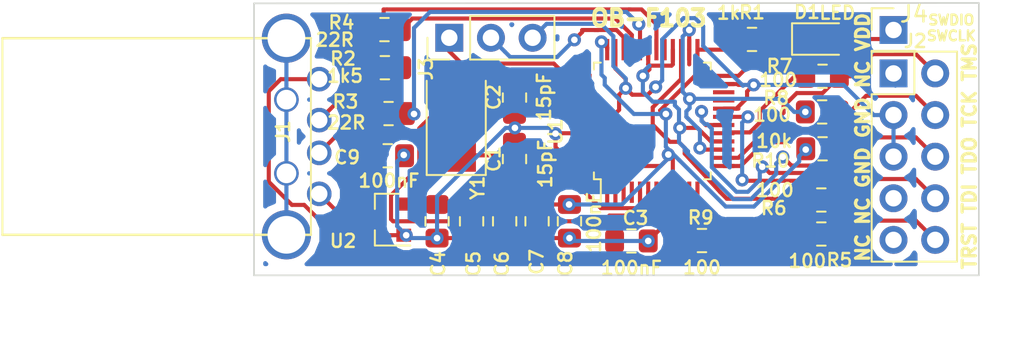
<source format=kicad_pcb>
(kicad_pcb (version 20171130) (host pcbnew 5.0.2-5.fc29)

  (general
    (thickness 1.6)
    (drawings 8)
    (tracks 403)
    (zones 0)
    (modules 27)
    (nets 45)
  )

  (page A4)
  (layers
    (0 F.Cu signal)
    (31 B.Cu signal)
    (32 B.Adhes user)
    (33 F.Adhes user)
    (34 B.Paste user)
    (35 F.Paste user)
    (36 B.SilkS user)
    (37 F.SilkS user)
    (38 B.Mask user)
    (39 F.Mask user)
    (40 Dwgs.User user)
    (41 Cmts.User user)
    (42 Eco1.User user)
    (43 Eco2.User user)
    (44 Edge.Cuts user)
    (45 Margin user)
    (46 B.CrtYd user)
    (47 F.CrtYd user)
    (48 B.Fab user)
    (49 F.Fab user)
  )

  (setup
    (last_trace_width 0.25)
    (trace_clearance 0.2)
    (zone_clearance 0.508)
    (zone_45_only no)
    (trace_min 0.2)
    (segment_width 0.2)
    (edge_width 0.1)
    (via_size 0.8)
    (via_drill 0.4)
    (via_min_size 0.4)
    (via_min_drill 0.3)
    (uvia_size 0.3)
    (uvia_drill 0.1)
    (uvias_allowed no)
    (uvia_min_size 0.2)
    (uvia_min_drill 0.1)
    (pcb_text_width 0.3)
    (pcb_text_size 1.5 1.5)
    (mod_edge_width 0.15)
    (mod_text_size 0.8 0.8)
    (mod_text_width 0.15)
    (pad_size 1.5 1.5)
    (pad_drill 1.2)
    (pad_to_mask_clearance 0)
    (solder_mask_min_width 0.25)
    (aux_axis_origin 0 0)
    (visible_elements FFFFFF7F)
    (pcbplotparams
      (layerselection 0x010fc_ffffffff)
      (usegerberextensions false)
      (usegerberattributes false)
      (usegerberadvancedattributes false)
      (creategerberjobfile false)
      (excludeedgelayer true)
      (linewidth 0.100000)
      (plotframeref false)
      (viasonmask false)
      (mode 1)
      (useauxorigin false)
      (hpglpennumber 1)
      (hpglpenspeed 20)
      (hpglpendiameter 15.000000)
      (psnegative false)
      (psa4output false)
      (plotreference true)
      (plotvalue true)
      (plotinvisibletext false)
      (padsonsilk false)
      (subtractmaskfromsilk false)
      (outputformat 1)
      (mirror false)
      (drillshape 1)
      (scaleselection 1)
      (outputdirectory ""))
  )

  (net 0 "")
  (net 1 "Net-(C1-Pad1)")
  (net 2 GND)
  (net 3 "Net-(C2-Pad1)")
  (net 4 "Net-(C3-Pad1)")
  (net 5 VDD)
  (net 6 5V)
  (net 7 "Net-(D1-Pad1)")
  (net 8 "Net-(J1-Pad5)")
  (net 9 USB-D-)
  (net 10 USB-D+)
  (net 11 "Net-(J2-Pad1)")
  (net 12 "Net-(J2-Pad7)")
  (net 13 "Net-(J2-Pad9)")
  (net 14 CLK_FLASH)
  (net 15 DIO_FLASH)
  (net 16 "Net-(R1-Pad1)")
  (net 17 "Net-(R2-Pad2)")
  (net 18 "Net-(R3-Pad2)")
  (net 19 "Net-(R4-Pad2)")
  (net 20 "Net-(U1-Pad2)")
  (net 21 "Net-(U1-Pad3)")
  (net 22 "Net-(U1-Pad4)")
  (net 23 "Net-(U1-Pad21)")
  (net 24 "Net-(U1-Pad22)")
  (net 25 "Net-(U1-Pad29)")
  (net 26 "Net-(U1-Pad38)")
  (net 27 "Net-(U1-Pad39)")
  (net 28 "Net-(U1-Pad40)")
  (net 29 "Net-(U1-Pad41)")
  (net 30 "Net-(U1-Pad42)")
  (net 31 "Net-(U1-Pad43)")
  (net 32 "Net-(U1-Pad45)")
  (net 33 "Net-(U1-Pad46)")
  (net 34 Debugger-TMS-IN)
  (net 35 Debugger-TCK-IN)
  (net 36 Debugger-TDO-IN)
  (net 37 Debugger-TDI-IN)
  (net 38 Debugger-TRST-IN)
  (net 39 Debugger-TRST-OUT)
  (net 40 Debugger-TDI-OUT)
  (net 41 Debugger-TMS-OUT)
  (net 42 Debugger-TCK-OUT)
  (net 43 Debugger-TRES-IN)
  (net 44 Debugger-TRES-OUT)

  (net_class Default "This is the default net class."
    (clearance 0.2)
    (trace_width 0.25)
    (via_dia 0.8)
    (via_drill 0.4)
    (uvia_dia 0.3)
    (uvia_drill 0.1)
    (add_net 5V)
    (add_net CLK_FLASH)
    (add_net DIO_FLASH)
    (add_net Debugger-TCK-IN)
    (add_net Debugger-TCK-OUT)
    (add_net Debugger-TDI-IN)
    (add_net Debugger-TDI-OUT)
    (add_net Debugger-TDO-IN)
    (add_net Debugger-TMS-IN)
    (add_net Debugger-TMS-OUT)
    (add_net Debugger-TRES-IN)
    (add_net Debugger-TRES-OUT)
    (add_net Debugger-TRST-IN)
    (add_net Debugger-TRST-OUT)
    (add_net GND)
    (add_net "Net-(C1-Pad1)")
    (add_net "Net-(C2-Pad1)")
    (add_net "Net-(C3-Pad1)")
    (add_net "Net-(D1-Pad1)")
    (add_net "Net-(J1-Pad5)")
    (add_net "Net-(J2-Pad1)")
    (add_net "Net-(J2-Pad7)")
    (add_net "Net-(J2-Pad9)")
    (add_net "Net-(R1-Pad1)")
    (add_net "Net-(R2-Pad2)")
    (add_net "Net-(R3-Pad2)")
    (add_net "Net-(R4-Pad2)")
    (add_net "Net-(U1-Pad2)")
    (add_net "Net-(U1-Pad21)")
    (add_net "Net-(U1-Pad22)")
    (add_net "Net-(U1-Pad29)")
    (add_net "Net-(U1-Pad3)")
    (add_net "Net-(U1-Pad38)")
    (add_net "Net-(U1-Pad39)")
    (add_net "Net-(U1-Pad4)")
    (add_net "Net-(U1-Pad40)")
    (add_net "Net-(U1-Pad41)")
    (add_net "Net-(U1-Pad42)")
    (add_net "Net-(U1-Pad43)")
    (add_net "Net-(U1-Pad45)")
    (add_net "Net-(U1-Pad46)")
    (add_net USB-D+)
    (add_net USB-D-)
    (add_net VDD)
  )

  (module Capacitor_SMD:C_0805_2012Metric_Pad1.15x1.40mm_HandSolder (layer F.Cu) (tedit 5CC4231B) (tstamp 5CD0905D)
    (at 85.5 111.6 90)
    (descr "Capacitor SMD 0805 (2012 Metric), square (rectangular) end terminal, IPC_7351 nominal with elongated pad for handsoldering. (Body size source: https://docs.google.com/spreadsheets/d/1BsfQQcO9C6DZCsRaXUlFlo91Tg2WpOkGARC1WS5S8t0/edit?usp=sharing), generated with kicad-footprint-generator")
    (tags "capacitor handsolder")
    (path /5CC332C9)
    (attr smd)
    (fp_text reference C1 (at 0 -1.275 90) (layer F.SilkS)
      (effects (font (size 0.8 0.8) (thickness 0.15)))
    )
    (fp_text value 15pF (at -0.3 1.875 90) (layer F.SilkS)
      (effects (font (size 0.8 0.8) (thickness 0.15)))
    )
    (fp_text user %R (at 0 0 90) (layer F.Fab)
      (effects (font (size 0.8 0.8) (thickness 0.15)))
    )
    (fp_line (start 1.85 0.95) (end -1.85 0.95) (layer F.CrtYd) (width 0.05))
    (fp_line (start 1.85 -0.95) (end 1.85 0.95) (layer F.CrtYd) (width 0.05))
    (fp_line (start -1.85 -0.95) (end 1.85 -0.95) (layer F.CrtYd) (width 0.05))
    (fp_line (start -1.85 0.95) (end -1.85 -0.95) (layer F.CrtYd) (width 0.05))
    (fp_line (start -0.261252 0.71) (end 0.261252 0.71) (layer F.SilkS) (width 0.12))
    (fp_line (start -0.261252 -0.71) (end 0.261252 -0.71) (layer F.SilkS) (width 0.12))
    (fp_line (start 1 0.6) (end -1 0.6) (layer F.Fab) (width 0.1))
    (fp_line (start 1 -0.6) (end 1 0.6) (layer F.Fab) (width 0.1))
    (fp_line (start -1 -0.6) (end 1 -0.6) (layer F.Fab) (width 0.1))
    (fp_line (start -1 0.6) (end -1 -0.6) (layer F.Fab) (width 0.1))
    (pad 2 smd roundrect (at 1.025 0 90) (size 1.15 1.4) (layers F.Cu F.Paste F.Mask) (roundrect_rratio 0.217391)
      (net 2 GND))
    (pad 1 smd roundrect (at -1.025 0 90) (size 1.15 1.4) (layers F.Cu F.Paste F.Mask) (roundrect_rratio 0.217391)
      (net 1 "Net-(C1-Pad1)"))
    (model ${KISYS3DMOD}/Capacitor_SMD.3dshapes/C_0805_2012Metric.wrl
      (at (xyz 0 0 0))
      (scale (xyz 1 1 1))
      (rotate (xyz 0 0 0))
    )
  )

  (module Capacitor_SMD:C_0805_2012Metric_Pad1.15x1.40mm_HandSolder (layer F.Cu) (tedit 5CC4231F) (tstamp 5CD0906E)
    (at 85.5 107.85 270)
    (descr "Capacitor SMD 0805 (2012 Metric), square (rectangular) end terminal, IPC_7351 nominal with elongated pad for handsoldering. (Body size source: https://docs.google.com/spreadsheets/d/1BsfQQcO9C6DZCsRaXUlFlo91Tg2WpOkGARC1WS5S8t0/edit?usp=sharing), generated with kicad-footprint-generator")
    (tags "capacitor handsolder")
    (path /5CC33338)
    (attr smd)
    (fp_text reference C2 (at -0.025 1.275 270) (layer F.SilkS)
      (effects (font (size 0.8 0.8) (thickness 0.15)))
    )
    (fp_text value 15pF (at -0.05 -1.8 270) (layer F.SilkS)
      (effects (font (size 0.8 0.8) (thickness 0.15)))
    )
    (fp_text user %R (at 0 0 270) (layer F.Fab)
      (effects (font (size 0.8 0.8) (thickness 0.15)))
    )
    (fp_line (start 1.85 0.95) (end -1.85 0.95) (layer F.CrtYd) (width 0.05))
    (fp_line (start 1.85 -0.95) (end 1.85 0.95) (layer F.CrtYd) (width 0.05))
    (fp_line (start -1.85 -0.95) (end 1.85 -0.95) (layer F.CrtYd) (width 0.05))
    (fp_line (start -1.85 0.95) (end -1.85 -0.95) (layer F.CrtYd) (width 0.05))
    (fp_line (start -0.261252 0.71) (end 0.261252 0.71) (layer F.SilkS) (width 0.12))
    (fp_line (start -0.261252 -0.71) (end 0.261252 -0.71) (layer F.SilkS) (width 0.12))
    (fp_line (start 1 0.6) (end -1 0.6) (layer F.Fab) (width 0.1))
    (fp_line (start 1 -0.6) (end 1 0.6) (layer F.Fab) (width 0.1))
    (fp_line (start -1 -0.6) (end 1 -0.6) (layer F.Fab) (width 0.1))
    (fp_line (start -1 0.6) (end -1 -0.6) (layer F.Fab) (width 0.1))
    (pad 2 smd roundrect (at 1.025 0 270) (size 1.15 1.4) (layers F.Cu F.Paste F.Mask) (roundrect_rratio 0.217391)
      (net 2 GND))
    (pad 1 smd roundrect (at -1.025 0 270) (size 1.15 1.4) (layers F.Cu F.Paste F.Mask) (roundrect_rratio 0.217391)
      (net 3 "Net-(C2-Pad1)"))
    (model ${KISYS3DMOD}/Capacitor_SMD.3dshapes/C_0805_2012Metric.wrl
      (at (xyz 0 0 0))
      (scale (xyz 1 1 1))
      (rotate (xyz 0 0 0))
    )
  )

  (module Capacitor_SMD:C_0805_2012Metric_Pad1.15x1.40mm_HandSolder (layer F.Cu) (tedit 5CC422EE) (tstamp 5CD0907F)
    (at 92.625 116.6)
    (descr "Capacitor SMD 0805 (2012 Metric), square (rectangular) end terminal, IPC_7351 nominal with elongated pad for handsoldering. (Body size source: https://docs.google.com/spreadsheets/d/1BsfQQcO9C6DZCsRaXUlFlo91Tg2WpOkGARC1WS5S8t0/edit?usp=sharing), generated with kicad-footprint-generator")
    (tags "capacitor handsolder")
    (path /5CC41097)
    (attr smd)
    (fp_text reference C3 (at 0.25 -1.4) (layer F.SilkS)
      (effects (font (size 0.8 0.8) (thickness 0.15)))
    )
    (fp_text value 100nF (at 0 1.65) (layer F.SilkS)
      (effects (font (size 0.8 0.8) (thickness 0.15)))
    )
    (fp_text user %R (at 0 0) (layer F.Fab)
      (effects (font (size 0.8 0.8) (thickness 0.15)))
    )
    (fp_line (start 1.85 0.95) (end -1.85 0.95) (layer F.CrtYd) (width 0.05))
    (fp_line (start 1.85 -0.95) (end 1.85 0.95) (layer F.CrtYd) (width 0.05))
    (fp_line (start -1.85 -0.95) (end 1.85 -0.95) (layer F.CrtYd) (width 0.05))
    (fp_line (start -1.85 0.95) (end -1.85 -0.95) (layer F.CrtYd) (width 0.05))
    (fp_line (start -0.261252 0.71) (end 0.261252 0.71) (layer F.SilkS) (width 0.12))
    (fp_line (start -0.261252 -0.71) (end 0.261252 -0.71) (layer F.SilkS) (width 0.12))
    (fp_line (start 1 0.6) (end -1 0.6) (layer F.Fab) (width 0.1))
    (fp_line (start 1 -0.6) (end 1 0.6) (layer F.Fab) (width 0.1))
    (fp_line (start -1 -0.6) (end 1 -0.6) (layer F.Fab) (width 0.1))
    (fp_line (start -1 0.6) (end -1 -0.6) (layer F.Fab) (width 0.1))
    (pad 2 smd roundrect (at 1.025 0) (size 1.15 1.4) (layers F.Cu F.Paste F.Mask) (roundrect_rratio 0.217391)
      (net 2 GND))
    (pad 1 smd roundrect (at -1.025 0) (size 1.15 1.4) (layers F.Cu F.Paste F.Mask) (roundrect_rratio 0.217391)
      (net 4 "Net-(C3-Pad1)"))
    (model ${KISYS3DMOD}/Capacitor_SMD.3dshapes/C_0805_2012Metric.wrl
      (at (xyz 0 0 0))
      (scale (xyz 1 1 1))
      (rotate (xyz 0 0 0))
    )
  )

  (module Capacitor_SMD:C_0805_2012Metric_Pad1.15x1.40mm_HandSolder (layer F.Cu) (tedit 5B36C52B) (tstamp 5CD0C7B2)
    (at 80.779638 115.4 90)
    (descr "Capacitor SMD 0805 (2012 Metric), square (rectangular) end terminal, IPC_7351 nominal with elongated pad for handsoldering. (Body size source: https://docs.google.com/spreadsheets/d/1BsfQQcO9C6DZCsRaXUlFlo91Tg2WpOkGARC1WS5S8t0/edit?usp=sharing), generated with kicad-footprint-generator")
    (tags "capacitor handsolder")
    (path /5CC38498)
    (attr smd)
    (fp_text reference C4 (at -2.6 0.070362 90) (layer F.SilkS)
      (effects (font (size 0.8 0.8) (thickness 0.15)))
    )
    (fp_text value 100nF (at -5.525 0.195362 90) (layer F.Fab)
      (effects (font (size 0.8 0.8) (thickness 0.15)))
    )
    (fp_text user %R (at 0 0 90) (layer F.Fab)
      (effects (font (size 0.8 0.8) (thickness 0.15)))
    )
    (fp_line (start 1.85 0.95) (end -1.85 0.95) (layer F.CrtYd) (width 0.05))
    (fp_line (start 1.85 -0.95) (end 1.85 0.95) (layer F.CrtYd) (width 0.05))
    (fp_line (start -1.85 -0.95) (end 1.85 -0.95) (layer F.CrtYd) (width 0.05))
    (fp_line (start -1.85 0.95) (end -1.85 -0.95) (layer F.CrtYd) (width 0.05))
    (fp_line (start -0.261252 0.71) (end 0.261252 0.71) (layer F.SilkS) (width 0.12))
    (fp_line (start -0.261252 -0.71) (end 0.261252 -0.71) (layer F.SilkS) (width 0.12))
    (fp_line (start 1 0.6) (end -1 0.6) (layer F.Fab) (width 0.1))
    (fp_line (start 1 -0.6) (end 1 0.6) (layer F.Fab) (width 0.1))
    (fp_line (start -1 -0.6) (end 1 -0.6) (layer F.Fab) (width 0.1))
    (fp_line (start -1 0.6) (end -1 -0.6) (layer F.Fab) (width 0.1))
    (pad 2 smd roundrect (at 1.025 0 90) (size 1.15 1.4) (layers F.Cu F.Paste F.Mask) (roundrect_rratio 0.217391)
      (net 5 VDD))
    (pad 1 smd roundrect (at -1.025 0 90) (size 1.15 1.4) (layers F.Cu F.Paste F.Mask) (roundrect_rratio 0.217391)
      (net 2 GND))
    (model ${KISYS3DMOD}/Capacitor_SMD.3dshapes/C_0805_2012Metric.wrl
      (at (xyz 0 0 0))
      (scale (xyz 1 1 1))
      (rotate (xyz 0 0 0))
    )
  )

  (module Capacitor_SMD:C_0805_2012Metric_Pad1.15x1.40mm_HandSolder (layer F.Cu) (tedit 5B36C52B) (tstamp 5CD090A1)
    (at 82.884728 115.4 90)
    (descr "Capacitor SMD 0805 (2012 Metric), square (rectangular) end terminal, IPC_7351 nominal with elongated pad for handsoldering. (Body size source: https://docs.google.com/spreadsheets/d/1BsfQQcO9C6DZCsRaXUlFlo91Tg2WpOkGARC1WS5S8t0/edit?usp=sharing), generated with kicad-footprint-generator")
    (tags "capacitor handsolder")
    (path /5CC3CEE8)
    (attr smd)
    (fp_text reference C5 (at -2.6 0.115272 90) (layer F.SilkS)
      (effects (font (size 0.8 0.8) (thickness 0.15)))
    )
    (fp_text value 100nF (at -5.45 0.065272 90) (layer F.Fab)
      (effects (font (size 0.8 0.8) (thickness 0.15)))
    )
    (fp_text user %R (at 0 0 90) (layer F.Fab)
      (effects (font (size 0.8 0.8) (thickness 0.15)))
    )
    (fp_line (start 1.85 0.95) (end -1.85 0.95) (layer F.CrtYd) (width 0.05))
    (fp_line (start 1.85 -0.95) (end 1.85 0.95) (layer F.CrtYd) (width 0.05))
    (fp_line (start -1.85 -0.95) (end 1.85 -0.95) (layer F.CrtYd) (width 0.05))
    (fp_line (start -1.85 0.95) (end -1.85 -0.95) (layer F.CrtYd) (width 0.05))
    (fp_line (start -0.261252 0.71) (end 0.261252 0.71) (layer F.SilkS) (width 0.12))
    (fp_line (start -0.261252 -0.71) (end 0.261252 -0.71) (layer F.SilkS) (width 0.12))
    (fp_line (start 1 0.6) (end -1 0.6) (layer F.Fab) (width 0.1))
    (fp_line (start 1 -0.6) (end 1 0.6) (layer F.Fab) (width 0.1))
    (fp_line (start -1 -0.6) (end 1 -0.6) (layer F.Fab) (width 0.1))
    (fp_line (start -1 0.6) (end -1 -0.6) (layer F.Fab) (width 0.1))
    (pad 2 smd roundrect (at 1.025 0 90) (size 1.15 1.4) (layers F.Cu F.Paste F.Mask) (roundrect_rratio 0.217391)
      (net 5 VDD))
    (pad 1 smd roundrect (at -1.025 0 90) (size 1.15 1.4) (layers F.Cu F.Paste F.Mask) (roundrect_rratio 0.217391)
      (net 2 GND))
    (model ${KISYS3DMOD}/Capacitor_SMD.3dshapes/C_0805_2012Metric.wrl
      (at (xyz 0 0 0))
      (scale (xyz 1 1 1))
      (rotate (xyz 0 0 0))
    )
  )

  (module Capacitor_SMD:C_0805_2012Metric_Pad1.15x1.40mm_HandSolder (layer F.Cu) (tedit 5B36C52B) (tstamp 5CD090B2)
    (at 84.9 115.4 90)
    (descr "Capacitor SMD 0805 (2012 Metric), square (rectangular) end terminal, IPC_7351 nominal with elongated pad for handsoldering. (Body size source: https://docs.google.com/spreadsheets/d/1BsfQQcO9C6DZCsRaXUlFlo91Tg2WpOkGARC1WS5S8t0/edit?usp=sharing), generated with kicad-footprint-generator")
    (tags "capacitor handsolder")
    (path /5CC3D217)
    (attr smd)
    (fp_text reference C6 (at -2.6 -0.175 90) (layer F.SilkS)
      (effects (font (size 0.8 0.8) (thickness 0.15)))
    )
    (fp_text value 100nF (at -5.45 -0.039818 90) (layer F.Fab)
      (effects (font (size 0.8 0.8) (thickness 0.15)))
    )
    (fp_text user %R (at 0 0 90) (layer F.Fab)
      (effects (font (size 0.8 0.8) (thickness 0.15)))
    )
    (fp_line (start 1.85 0.95) (end -1.85 0.95) (layer F.CrtYd) (width 0.05))
    (fp_line (start 1.85 -0.95) (end 1.85 0.95) (layer F.CrtYd) (width 0.05))
    (fp_line (start -1.85 -0.95) (end 1.85 -0.95) (layer F.CrtYd) (width 0.05))
    (fp_line (start -1.85 0.95) (end -1.85 -0.95) (layer F.CrtYd) (width 0.05))
    (fp_line (start -0.261252 0.71) (end 0.261252 0.71) (layer F.SilkS) (width 0.12))
    (fp_line (start -0.261252 -0.71) (end 0.261252 -0.71) (layer F.SilkS) (width 0.12))
    (fp_line (start 1 0.6) (end -1 0.6) (layer F.Fab) (width 0.1))
    (fp_line (start 1 -0.6) (end 1 0.6) (layer F.Fab) (width 0.1))
    (fp_line (start -1 -0.6) (end 1 -0.6) (layer F.Fab) (width 0.1))
    (fp_line (start -1 0.6) (end -1 -0.6) (layer F.Fab) (width 0.1))
    (pad 2 smd roundrect (at 1.025 0 90) (size 1.15 1.4) (layers F.Cu F.Paste F.Mask) (roundrect_rratio 0.217391)
      (net 5 VDD))
    (pad 1 smd roundrect (at -1.025 0 90) (size 1.15 1.4) (layers F.Cu F.Paste F.Mask) (roundrect_rratio 0.217391)
      (net 2 GND))
    (model ${KISYS3DMOD}/Capacitor_SMD.3dshapes/C_0805_2012Metric.wrl
      (at (xyz 0 0 0))
      (scale (xyz 1 1 1))
      (rotate (xyz 0 0 0))
    )
  )

  (module Capacitor_SMD:C_0805_2012Metric_Pad1.15x1.40mm_HandSolder (layer F.Cu) (tedit 5B36C52B) (tstamp 5CD090C3)
    (at 86.875 115.4 90)
    (descr "Capacitor SMD 0805 (2012 Metric), square (rectangular) end terminal, IPC_7351 nominal with elongated pad for handsoldering. (Body size source: https://docs.google.com/spreadsheets/d/1BsfQQcO9C6DZCsRaXUlFlo91Tg2WpOkGARC1WS5S8t0/edit?usp=sharing), generated with kicad-footprint-generator")
    (tags "capacitor handsolder")
    (path /5CC3D63E)
    (attr smd)
    (fp_text reference C7 (at -2.475 -0.025 90) (layer F.SilkS)
      (effects (font (size 0.8 0.8) (thickness 0.15)))
    )
    (fp_text value 100nF (at -5.4 0.130092 90) (layer F.Fab)
      (effects (font (size 0.8 0.8) (thickness 0.15)))
    )
    (fp_text user %R (at 0 0 90) (layer F.Fab)
      (effects (font (size 0.8 0.8) (thickness 0.15)))
    )
    (fp_line (start 1.85 0.95) (end -1.85 0.95) (layer F.CrtYd) (width 0.05))
    (fp_line (start 1.85 -0.95) (end 1.85 0.95) (layer F.CrtYd) (width 0.05))
    (fp_line (start -1.85 -0.95) (end 1.85 -0.95) (layer F.CrtYd) (width 0.05))
    (fp_line (start -1.85 0.95) (end -1.85 -0.95) (layer F.CrtYd) (width 0.05))
    (fp_line (start -0.261252 0.71) (end 0.261252 0.71) (layer F.SilkS) (width 0.12))
    (fp_line (start -0.261252 -0.71) (end 0.261252 -0.71) (layer F.SilkS) (width 0.12))
    (fp_line (start 1 0.6) (end -1 0.6) (layer F.Fab) (width 0.1))
    (fp_line (start 1 -0.6) (end 1 0.6) (layer F.Fab) (width 0.1))
    (fp_line (start -1 -0.6) (end 1 -0.6) (layer F.Fab) (width 0.1))
    (fp_line (start -1 0.6) (end -1 -0.6) (layer F.Fab) (width 0.1))
    (pad 2 smd roundrect (at 1.025 0 90) (size 1.15 1.4) (layers F.Cu F.Paste F.Mask) (roundrect_rratio 0.217391)
      (net 5 VDD))
    (pad 1 smd roundrect (at -1.025 0 90) (size 1.15 1.4) (layers F.Cu F.Paste F.Mask) (roundrect_rratio 0.217391)
      (net 2 GND))
    (model ${KISYS3DMOD}/Capacitor_SMD.3dshapes/C_0805_2012Metric.wrl
      (at (xyz 0 0 0))
      (scale (xyz 1 1 1))
      (rotate (xyz 0 0 0))
    )
  )

  (module Capacitor_SMD:C_0805_2012Metric_Pad1.15x1.40mm_HandSolder (layer F.Cu) (tedit 5CC422E6) (tstamp 5CD090D4)
    (at 88.85 115.4 270)
    (descr "Capacitor SMD 0805 (2012 Metric), square (rectangular) end terminal, IPC_7351 nominal with elongated pad for handsoldering. (Body size source: https://docs.google.com/spreadsheets/d/1BsfQQcO9C6DZCsRaXUlFlo91Tg2WpOkGARC1WS5S8t0/edit?usp=sharing), generated with kicad-footprint-generator")
    (tags "capacitor handsolder")
    (path /5CC31884)
    (attr smd)
    (fp_text reference C8 (at 2.575 0.25 90) (layer F.SilkS)
      (effects (font (size 0.8 0.8) (thickness 0.15)))
    )
    (fp_text value 100nF (at 0.075 -1.5 270) (layer F.SilkS)
      (effects (font (size 0.8 0.8) (thickness 0.15)))
    )
    (fp_text user %R (at 0 0 270) (layer F.Fab)
      (effects (font (size 0.8 0.8) (thickness 0.15)))
    )
    (fp_line (start 1.85 0.95) (end -1.85 0.95) (layer F.CrtYd) (width 0.05))
    (fp_line (start 1.85 -0.95) (end 1.85 0.95) (layer F.CrtYd) (width 0.05))
    (fp_line (start -1.85 -0.95) (end 1.85 -0.95) (layer F.CrtYd) (width 0.05))
    (fp_line (start -1.85 0.95) (end -1.85 -0.95) (layer F.CrtYd) (width 0.05))
    (fp_line (start -0.261252 0.71) (end 0.261252 0.71) (layer F.SilkS) (width 0.12))
    (fp_line (start -0.261252 -0.71) (end 0.261252 -0.71) (layer F.SilkS) (width 0.12))
    (fp_line (start 1 0.6) (end -1 0.6) (layer F.Fab) (width 0.1))
    (fp_line (start 1 -0.6) (end 1 0.6) (layer F.Fab) (width 0.1))
    (fp_line (start -1 -0.6) (end 1 -0.6) (layer F.Fab) (width 0.1))
    (fp_line (start -1 0.6) (end -1 -0.6) (layer F.Fab) (width 0.1))
    (pad 2 smd roundrect (at 1.025 0 270) (size 1.15 1.4) (layers F.Cu F.Paste F.Mask) (roundrect_rratio 0.217391)
      (net 2 GND))
    (pad 1 smd roundrect (at -1.025 0 270) (size 1.15 1.4) (layers F.Cu F.Paste F.Mask) (roundrect_rratio 0.217391)
      (net 5 VDD))
    (model ${KISYS3DMOD}/Capacitor_SMD.3dshapes/C_0805_2012Metric.wrl
      (at (xyz 0 0 0))
      (scale (xyz 1 1 1))
      (rotate (xyz 0 0 0))
    )
  )

  (module Capacitor_SMD:C_0805_2012Metric_Pad1.15x1.40mm_HandSolder (layer F.Cu) (tedit 5CC42310) (tstamp 5CD090E5)
    (at 77.775 111.4)
    (descr "Capacitor SMD 0805 (2012 Metric), square (rectangular) end terminal, IPC_7351 nominal with elongated pad for handsoldering. (Body size source: https://docs.google.com/spreadsheets/d/1BsfQQcO9C6DZCsRaXUlFlo91Tg2WpOkGARC1WS5S8t0/edit?usp=sharing), generated with kicad-footprint-generator")
    (tags "capacitor handsolder")
    (path /5CC48314)
    (attr smd)
    (fp_text reference C9 (at -2.475 0.1) (layer F.SilkS)
      (effects (font (size 0.8 0.8) (thickness 0.15)))
    )
    (fp_text value 100nF (at 0.075 1.525) (layer F.SilkS)
      (effects (font (size 0.8 0.8) (thickness 0.15)))
    )
    (fp_text user %R (at 0 0) (layer F.Fab)
      (effects (font (size 0.8 0.8) (thickness 0.15)))
    )
    (fp_line (start 1.85 0.95) (end -1.85 0.95) (layer F.CrtYd) (width 0.05))
    (fp_line (start 1.85 -0.95) (end 1.85 0.95) (layer F.CrtYd) (width 0.05))
    (fp_line (start -1.85 -0.95) (end 1.85 -0.95) (layer F.CrtYd) (width 0.05))
    (fp_line (start -1.85 0.95) (end -1.85 -0.95) (layer F.CrtYd) (width 0.05))
    (fp_line (start -0.261252 0.71) (end 0.261252 0.71) (layer F.SilkS) (width 0.12))
    (fp_line (start -0.261252 -0.71) (end 0.261252 -0.71) (layer F.SilkS) (width 0.12))
    (fp_line (start 1 0.6) (end -1 0.6) (layer F.Fab) (width 0.1))
    (fp_line (start 1 -0.6) (end 1 0.6) (layer F.Fab) (width 0.1))
    (fp_line (start -1 -0.6) (end 1 -0.6) (layer F.Fab) (width 0.1))
    (fp_line (start -1 0.6) (end -1 -0.6) (layer F.Fab) (width 0.1))
    (pad 2 smd roundrect (at 1.025 0) (size 1.15 1.4) (layers F.Cu F.Paste F.Mask) (roundrect_rratio 0.217391)
      (net 2 GND))
    (pad 1 smd roundrect (at -1.025 0) (size 1.15 1.4) (layers F.Cu F.Paste F.Mask) (roundrect_rratio 0.217391)
      (net 6 5V))
    (model ${KISYS3DMOD}/Capacitor_SMD.3dshapes/C_0805_2012Metric.wrl
      (at (xyz 0 0 0))
      (scale (xyz 1 1 1))
      (rotate (xyz 0 0 0))
    )
  )

  (module LED_SMD:LED_0805_2012Metric_Pad1.15x1.40mm_HandSolder (layer F.Cu) (tedit 5CC42388) (tstamp 5CD090F8)
    (at 104.275 104.275)
    (descr "LED SMD 0805 (2012 Metric), square (rectangular) end terminal, IPC_7351 nominal, (Body size source: https://docs.google.com/spreadsheets/d/1BsfQQcO9C6DZCsRaXUlFlo91Tg2WpOkGARC1WS5S8t0/edit?usp=sharing), generated with kicad-footprint-generator")
    (tags "LED handsolder")
    (path /5CC4C5E1)
    (attr smd)
    (fp_text reference D1 (at -0.95 -1.65) (layer F.SilkS)
      (effects (font (size 0.8 0.8) (thickness 0.15)))
    )
    (fp_text value LED (at 0.9 -1.6) (layer F.SilkS)
      (effects (font (size 0.8 0.8) (thickness 0.15)))
    )
    (fp_text user %R (at 0 0) (layer F.Fab)
      (effects (font (size 0.8 0.8) (thickness 0.15)))
    )
    (fp_line (start 1.85 0.95) (end -1.85 0.95) (layer F.CrtYd) (width 0.05))
    (fp_line (start 1.85 -0.95) (end 1.85 0.95) (layer F.CrtYd) (width 0.05))
    (fp_line (start -1.85 -0.95) (end 1.85 -0.95) (layer F.CrtYd) (width 0.05))
    (fp_line (start -1.85 0.95) (end -1.85 -0.95) (layer F.CrtYd) (width 0.05))
    (fp_line (start -1.86 0.96) (end 1 0.96) (layer F.SilkS) (width 0.12))
    (fp_line (start -1.86 -0.96) (end -1.86 0.96) (layer F.SilkS) (width 0.12))
    (fp_line (start 1 -0.96) (end -1.86 -0.96) (layer F.SilkS) (width 0.12))
    (fp_line (start 1 0.6) (end 1 -0.6) (layer F.Fab) (width 0.1))
    (fp_line (start -1 0.6) (end 1 0.6) (layer F.Fab) (width 0.1))
    (fp_line (start -1 -0.3) (end -1 0.6) (layer F.Fab) (width 0.1))
    (fp_line (start -0.7 -0.6) (end -1 -0.3) (layer F.Fab) (width 0.1))
    (fp_line (start 1 -0.6) (end -0.7 -0.6) (layer F.Fab) (width 0.1))
    (pad 2 smd roundrect (at 1.025 0) (size 1.15 1.4) (layers F.Cu F.Paste F.Mask) (roundrect_rratio 0.217391)
      (net 5 VDD))
    (pad 1 smd roundrect (at -1.025 0) (size 1.15 1.4) (layers F.Cu F.Paste F.Mask) (roundrect_rratio 0.217391)
      (net 7 "Net-(D1-Pad1)"))
    (model ${KISYS3DMOD}/LED_SMD.3dshapes/LED_0805_2012Metric.wrl
      (at (xyz 0 0 0))
      (scale (xyz 1 1 1))
      (rotate (xyz 0 0 0))
    )
  )

  (module Icenowy_Connectors:USB_A_Plug (layer F.Cu) (tedit 5CC40D5E) (tstamp 5CD0910C)
    (at 73.6 106.725 270)
    (descr "USB A plug")
    (tags "USB USB_A")
    (path /5CC31467)
    (fp_text reference J1 (at 3.2 2.2 270) (layer F.SilkS)
      (effects (font (size 0.8 0.8) (thickness 0.15)))
    )
    (fp_text value USB_A (at 3.84 7.44 270) (layer F.Fab)
      (effects (font (size 0.8 0.8) (thickness 0.15)))
    )
    (fp_line (start -2.5 19.308) (end 9.5 19.308) (layer F.SilkS) (width 0.12))
    (fp_line (start -2.5 0.508) (end -2.5 19.308) (layer F.SilkS) (width 0.15))
    (fp_line (start -2.5 0.508) (end 9.5 0.508) (layer F.SilkS) (width 0.12))
    (fp_line (start -4.191 -1.397) (end 11.303 -1.397) (layer F.CrtYd) (width 0.05))
    (fp_line (start -4.191 19.431) (end 11.303 19.431) (layer F.CrtYd) (width 0.05))
    (fp_line (start 11.303 -1.397) (end 11.303 19.431) (layer F.CrtYd) (width 0.05))
    (fp_line (start -4.191 19.431) (end -4.191 -1.397) (layer F.CrtYd) (width 0.05))
    (fp_line (start 9.5 0.508) (end 9.5 19.308) (layer F.SilkS) (width 0.15))
    (pad 5 thru_hole circle (at 1.25 2 180) (size 1.5 1.5) (drill 1.2) (layers *.Cu *.Mask)
      (net 8 "Net-(J1-Pad5)"))
    (pad 5 thru_hole circle (at -2.5 2 180) (size 3 3) (drill 2.3) (layers *.Cu *.Mask)
      (net 8 "Net-(J1-Pad5)"))
    (pad 5 thru_hole circle (at 9.5 2 180) (size 3 3) (drill 2.3) (layers *.Cu *.Mask)
      (net 8 "Net-(J1-Pad5)"))
    (pad 4 thru_hole circle (at 0 0 180) (size 1.5 1.5) (drill 1) (layers *.Cu *.Mask)
      (net 2 GND))
    (pad 3 thru_hole circle (at 2.5 0 180) (size 1.5 1.5) (drill 1) (layers *.Cu *.Mask)
      (net 10 USB-D+))
    (pad 2 thru_hole circle (at 4.5 0 180) (size 1.5 1.5) (drill 1) (layers *.Cu *.Mask)
      (net 9 USB-D-))
    (pad 1 thru_hole circle (at 7 0 180) (size 1.5 1.5) (drill 1) (layers *.Cu *.Mask)
      (net 6 5V))
    (pad 5 thru_hole circle (at 5.75 2 180) (size 1.5 1.5) (drill 1.2) (layers *.Cu *.Mask)
      (net 8 "Net-(J1-Pad5)"))
    (model /home/icenowy/kicad/packages/USB_A_Plug.step
      (offset (xyz 3.5 -20 0))
      (scale (xyz 1 1 1))
      (rotate (xyz -90 0 0))
    )
  )

  (module Connector_PinHeader_2.54mm:PinHeader_1x03_P2.54mm_Vertical (layer F.Cu) (tedit 59FED5CC) (tstamp 5CD0918C)
    (at 81.525 104.2 90)
    (descr "Through hole straight pin header, 1x03, 2.54mm pitch, single row")
    (tags "Through hole pin header THT 1x03 2.54mm single row")
    (path /5CC33FBF)
    (fp_text reference J3 (at -1.9 -1.425 90) (layer F.SilkS)
      (effects (font (size 0.8 0.8) (thickness 0.15)))
    )
    (fp_text value Flash (at 0 7.41 90) (layer F.Fab)
      (effects (font (size 0.8 0.8) (thickness 0.15)))
    )
    (fp_text user %R (at 0 2.54 180) (layer F.Fab)
      (effects (font (size 0.8 0.8) (thickness 0.15)))
    )
    (fp_line (start 1.8 -1.8) (end -1.8 -1.8) (layer F.CrtYd) (width 0.05))
    (fp_line (start 1.8 6.85) (end 1.8 -1.8) (layer F.CrtYd) (width 0.05))
    (fp_line (start -1.8 6.85) (end 1.8 6.85) (layer F.CrtYd) (width 0.05))
    (fp_line (start -1.8 -1.8) (end -1.8 6.85) (layer F.CrtYd) (width 0.05))
    (fp_line (start -1.33 -1.33) (end 0 -1.33) (layer F.SilkS) (width 0.12))
    (fp_line (start -1.33 0) (end -1.33 -1.33) (layer F.SilkS) (width 0.12))
    (fp_line (start -1.33 1.27) (end 1.33 1.27) (layer F.SilkS) (width 0.12))
    (fp_line (start 1.33 1.27) (end 1.33 6.41) (layer F.SilkS) (width 0.12))
    (fp_line (start -1.33 1.27) (end -1.33 6.41) (layer F.SilkS) (width 0.12))
    (fp_line (start -1.33 6.41) (end 1.33 6.41) (layer F.SilkS) (width 0.12))
    (fp_line (start -1.27 -0.635) (end -0.635 -1.27) (layer F.Fab) (width 0.1))
    (fp_line (start -1.27 6.35) (end -1.27 -0.635) (layer F.Fab) (width 0.1))
    (fp_line (start 1.27 6.35) (end -1.27 6.35) (layer F.Fab) (width 0.1))
    (fp_line (start 1.27 -1.27) (end 1.27 6.35) (layer F.Fab) (width 0.1))
    (fp_line (start -0.635 -1.27) (end 1.27 -1.27) (layer F.Fab) (width 0.1))
    (pad 3 thru_hole oval (at 0 5.08 90) (size 1.7 1.7) (drill 1) (layers *.Cu *.Mask)
      (net 2 GND))
    (pad 2 thru_hole oval (at 0 2.54 90) (size 1.7 1.7) (drill 1) (layers *.Cu *.Mask)
      (net 15 DIO_FLASH))
    (pad 1 thru_hole rect (at 0 0 90) (size 1.7 1.7) (drill 1) (layers *.Cu *.Mask)
      (net 14 CLK_FLASH))
    (model ${KISYS3DMOD}/Connector_PinHeader_2.54mm.3dshapes/PinHeader_1x03_P2.54mm_Vertical.wrl
      (at (xyz 0 0 0))
      (scale (xyz 1 1 1))
      (rotate (xyz 0 0 0))
    )
  )

  (module Resistor_SMD:R_0805_2012Metric_Pad1.15x1.40mm_HandSolder (layer F.Cu) (tedit 5CC4236C) (tstamp 5CD0919D)
    (at 99.975 104.3)
    (descr "Resistor SMD 0805 (2012 Metric), square (rectangular) end terminal, IPC_7351 nominal with elongated pad for handsoldering. (Body size source: https://docs.google.com/spreadsheets/d/1BsfQQcO9C6DZCsRaXUlFlo91Tg2WpOkGARC1WS5S8t0/edit?usp=sharing), generated with kicad-footprint-generator")
    (tags "resistor handsolder")
    (path /5CC4C424)
    (attr smd)
    (fp_text reference R1 (at 0 -1.65) (layer F.SilkS)
      (effects (font (size 0.8 0.8) (thickness 0.15)))
    )
    (fp_text value 1k (at -1.425 -1.625) (layer F.SilkS)
      (effects (font (size 0.8 0.8) (thickness 0.15)))
    )
    (fp_text user %R (at 0 0) (layer F.Fab)
      (effects (font (size 0.8 0.8) (thickness 0.15)))
    )
    (fp_line (start 1.85 0.95) (end -1.85 0.95) (layer F.CrtYd) (width 0.05))
    (fp_line (start 1.85 -0.95) (end 1.85 0.95) (layer F.CrtYd) (width 0.05))
    (fp_line (start -1.85 -0.95) (end 1.85 -0.95) (layer F.CrtYd) (width 0.05))
    (fp_line (start -1.85 0.95) (end -1.85 -0.95) (layer F.CrtYd) (width 0.05))
    (fp_line (start -0.261252 0.71) (end 0.261252 0.71) (layer F.SilkS) (width 0.12))
    (fp_line (start -0.261252 -0.71) (end 0.261252 -0.71) (layer F.SilkS) (width 0.12))
    (fp_line (start 1 0.6) (end -1 0.6) (layer F.Fab) (width 0.1))
    (fp_line (start 1 -0.6) (end 1 0.6) (layer F.Fab) (width 0.1))
    (fp_line (start -1 -0.6) (end 1 -0.6) (layer F.Fab) (width 0.1))
    (fp_line (start -1 0.6) (end -1 -0.6) (layer F.Fab) (width 0.1))
    (pad 2 smd roundrect (at 1.025 0) (size 1.15 1.4) (layers F.Cu F.Paste F.Mask) (roundrect_rratio 0.217391)
      (net 7 "Net-(D1-Pad1)"))
    (pad 1 smd roundrect (at -1.025 0) (size 1.15 1.4) (layers F.Cu F.Paste F.Mask) (roundrect_rratio 0.217391)
      (net 16 "Net-(R1-Pad1)"))
    (model ${KISYS3DMOD}/Resistor_SMD.3dshapes/R_0805_2012Metric.wrl
      (at (xyz 0 0 0))
      (scale (xyz 1 1 1))
      (rotate (xyz 0 0 0))
    )
  )

  (module Resistor_SMD:R_0805_2012Metric_Pad1.15x1.40mm_HandSolder (layer F.Cu) (tedit 5CC42302) (tstamp 5CD091AE)
    (at 77.6 106.025)
    (descr "Resistor SMD 0805 (2012 Metric), square (rectangular) end terminal, IPC_7351 nominal with elongated pad for handsoldering. (Body size source: https://docs.google.com/spreadsheets/d/1BsfQQcO9C6DZCsRaXUlFlo91Tg2WpOkGARC1WS5S8t0/edit?usp=sharing), generated with kicad-footprint-generator")
    (tags "resistor handsolder")
    (path /5CC32A68)
    (attr smd)
    (fp_text reference R2 (at -2.55 -0.55) (layer F.SilkS)
      (effects (font (size 0.8 0.8) (thickness 0.15)))
    )
    (fp_text value 1k5 (at -2.425 0.5) (layer F.SilkS)
      (effects (font (size 0.8 0.8) (thickness 0.15)))
    )
    (fp_text user %R (at 0 0) (layer F.Fab)
      (effects (font (size 0.8 0.8) (thickness 0.15)))
    )
    (fp_line (start 1.85 0.95) (end -1.85 0.95) (layer F.CrtYd) (width 0.05))
    (fp_line (start 1.85 -0.95) (end 1.85 0.95) (layer F.CrtYd) (width 0.05))
    (fp_line (start -1.85 -0.95) (end 1.85 -0.95) (layer F.CrtYd) (width 0.05))
    (fp_line (start -1.85 0.95) (end -1.85 -0.95) (layer F.CrtYd) (width 0.05))
    (fp_line (start -0.261252 0.71) (end 0.261252 0.71) (layer F.SilkS) (width 0.12))
    (fp_line (start -0.261252 -0.71) (end 0.261252 -0.71) (layer F.SilkS) (width 0.12))
    (fp_line (start 1 0.6) (end -1 0.6) (layer F.Fab) (width 0.1))
    (fp_line (start 1 -0.6) (end 1 0.6) (layer F.Fab) (width 0.1))
    (fp_line (start -1 -0.6) (end 1 -0.6) (layer F.Fab) (width 0.1))
    (fp_line (start -1 0.6) (end -1 -0.6) (layer F.Fab) (width 0.1))
    (pad 2 smd roundrect (at 1.025 0) (size 1.15 1.4) (layers F.Cu F.Paste F.Mask) (roundrect_rratio 0.217391)
      (net 17 "Net-(R2-Pad2)"))
    (pad 1 smd roundrect (at -1.025 0) (size 1.15 1.4) (layers F.Cu F.Paste F.Mask) (roundrect_rratio 0.217391)
      (net 10 USB-D+))
    (model ${KISYS3DMOD}/Resistor_SMD.3dshapes/R_0805_2012Metric.wrl
      (at (xyz 0 0 0))
      (scale (xyz 1 1 1))
      (rotate (xyz 0 0 0))
    )
  )

  (module Resistor_SMD:R_0805_2012Metric_Pad1.15x1.40mm_HandSolder (layer F.Cu) (tedit 5CC42307) (tstamp 5CD091BF)
    (at 77.825 108.825)
    (descr "Resistor SMD 0805 (2012 Metric), square (rectangular) end terminal, IPC_7351 nominal with elongated pad for handsoldering. (Body size source: https://docs.google.com/spreadsheets/d/1BsfQQcO9C6DZCsRaXUlFlo91Tg2WpOkGARC1WS5S8t0/edit?usp=sharing), generated with kicad-footprint-generator")
    (tags "resistor handsolder")
    (path /5CC32607)
    (attr smd)
    (fp_text reference R3 (at -2.625 -0.725) (layer F.SilkS)
      (effects (font (size 0.8 0.8) (thickness 0.15)))
    )
    (fp_text value 22R (at -2.575 0.55) (layer F.SilkS)
      (effects (font (size 0.8 0.8) (thickness 0.15)))
    )
    (fp_text user %R (at 0 0) (layer F.Fab)
      (effects (font (size 0.8 0.8) (thickness 0.15)))
    )
    (fp_line (start 1.85 0.95) (end -1.85 0.95) (layer F.CrtYd) (width 0.05))
    (fp_line (start 1.85 -0.95) (end 1.85 0.95) (layer F.CrtYd) (width 0.05))
    (fp_line (start -1.85 -0.95) (end 1.85 -0.95) (layer F.CrtYd) (width 0.05))
    (fp_line (start -1.85 0.95) (end -1.85 -0.95) (layer F.CrtYd) (width 0.05))
    (fp_line (start -0.261252 0.71) (end 0.261252 0.71) (layer F.SilkS) (width 0.12))
    (fp_line (start -0.261252 -0.71) (end 0.261252 -0.71) (layer F.SilkS) (width 0.12))
    (fp_line (start 1 0.6) (end -1 0.6) (layer F.Fab) (width 0.1))
    (fp_line (start 1 -0.6) (end 1 0.6) (layer F.Fab) (width 0.1))
    (fp_line (start -1 -0.6) (end 1 -0.6) (layer F.Fab) (width 0.1))
    (fp_line (start -1 0.6) (end -1 -0.6) (layer F.Fab) (width 0.1))
    (pad 2 smd roundrect (at 1.025 0) (size 1.15 1.4) (layers F.Cu F.Paste F.Mask) (roundrect_rratio 0.217391)
      (net 18 "Net-(R3-Pad2)"))
    (pad 1 smd roundrect (at -1.025 0) (size 1.15 1.4) (layers F.Cu F.Paste F.Mask) (roundrect_rratio 0.217391)
      (net 9 USB-D-))
    (model ${KISYS3DMOD}/Resistor_SMD.3dshapes/R_0805_2012Metric.wrl
      (at (xyz 0 0 0))
      (scale (xyz 1 1 1))
      (rotate (xyz 0 0 0))
    )
  )

  (module Resistor_SMD:R_0805_2012Metric_Pad1.15x1.40mm_HandSolder (layer F.Cu) (tedit 5CC422FD) (tstamp 5CD091D0)
    (at 77.575 103.7)
    (descr "Resistor SMD 0805 (2012 Metric), square (rectangular) end terminal, IPC_7351 nominal with elongated pad for handsoldering. (Body size source: https://docs.google.com/spreadsheets/d/1BsfQQcO9C6DZCsRaXUlFlo91Tg2WpOkGARC1WS5S8t0/edit?usp=sharing), generated with kicad-footprint-generator")
    (tags "resistor handsolder")
    (path /5CC3265C)
    (attr smd)
    (fp_text reference R4 (at -2.625 -0.425) (layer F.SilkS)
      (effects (font (size 0.8 0.8) (thickness 0.15)))
    )
    (fp_text value 22R (at -3.025 0.625) (layer F.SilkS)
      (effects (font (size 0.8 0.8) (thickness 0.15)))
    )
    (fp_text user %R (at 0 0) (layer F.Fab)
      (effects (font (size 0.8 0.8) (thickness 0.15)))
    )
    (fp_line (start 1.85 0.95) (end -1.85 0.95) (layer F.CrtYd) (width 0.05))
    (fp_line (start 1.85 -0.95) (end 1.85 0.95) (layer F.CrtYd) (width 0.05))
    (fp_line (start -1.85 -0.95) (end 1.85 -0.95) (layer F.CrtYd) (width 0.05))
    (fp_line (start -1.85 0.95) (end -1.85 -0.95) (layer F.CrtYd) (width 0.05))
    (fp_line (start -0.261252 0.71) (end 0.261252 0.71) (layer F.SilkS) (width 0.12))
    (fp_line (start -0.261252 -0.71) (end 0.261252 -0.71) (layer F.SilkS) (width 0.12))
    (fp_line (start 1 0.6) (end -1 0.6) (layer F.Fab) (width 0.1))
    (fp_line (start 1 -0.6) (end 1 0.6) (layer F.Fab) (width 0.1))
    (fp_line (start -1 -0.6) (end 1 -0.6) (layer F.Fab) (width 0.1))
    (fp_line (start -1 0.6) (end -1 -0.6) (layer F.Fab) (width 0.1))
    (pad 2 smd roundrect (at 1.025 0) (size 1.15 1.4) (layers F.Cu F.Paste F.Mask) (roundrect_rratio 0.217391)
      (net 19 "Net-(R4-Pad2)"))
    (pad 1 smd roundrect (at -1.025 0) (size 1.15 1.4) (layers F.Cu F.Paste F.Mask) (roundrect_rratio 0.217391)
      (net 10 USB-D+))
    (model ${KISYS3DMOD}/Resistor_SMD.3dshapes/R_0805_2012Metric.wrl
      (at (xyz 0 0 0))
      (scale (xyz 1 1 1))
      (rotate (xyz 0 0 0))
    )
  )

  (module Resistor_SMD:R_0805_2012Metric_Pad1.15x1.40mm_HandSolder (layer F.Cu) (tedit 5CC423F4) (tstamp 5CD133E0)
    (at 104.2 116.175)
    (descr "Resistor SMD 0805 (2012 Metric), square (rectangular) end terminal, IPC_7351 nominal with elongated pad for handsoldering. (Body size source: https://docs.google.com/spreadsheets/d/1BsfQQcO9C6DZCsRaXUlFlo91Tg2WpOkGARC1WS5S8t0/edit?usp=sharing), generated with kicad-footprint-generator")
    (tags "resistor handsolder")
    (path /5CC52678)
    (attr smd)
    (fp_text reference R5 (at 1.1 1.6) (layer F.SilkS)
      (effects (font (size 0.8 0.8) (thickness 0.15)))
    )
    (fp_text value 100 (at -0.85 1.65) (layer F.SilkS)
      (effects (font (size 0.8 0.8) (thickness 0.15)))
    )
    (fp_text user %R (at 0 0) (layer F.Fab)
      (effects (font (size 0.8 0.8) (thickness 0.15)))
    )
    (fp_line (start 1.85 0.95) (end -1.85 0.95) (layer F.CrtYd) (width 0.05))
    (fp_line (start 1.85 -0.95) (end 1.85 0.95) (layer F.CrtYd) (width 0.05))
    (fp_line (start -1.85 -0.95) (end 1.85 -0.95) (layer F.CrtYd) (width 0.05))
    (fp_line (start -1.85 0.95) (end -1.85 -0.95) (layer F.CrtYd) (width 0.05))
    (fp_line (start -0.261252 0.71) (end 0.261252 0.71) (layer F.SilkS) (width 0.12))
    (fp_line (start -0.261252 -0.71) (end 0.261252 -0.71) (layer F.SilkS) (width 0.12))
    (fp_line (start 1 0.6) (end -1 0.6) (layer F.Fab) (width 0.1))
    (fp_line (start 1 -0.6) (end 1 0.6) (layer F.Fab) (width 0.1))
    (fp_line (start -1 -0.6) (end 1 -0.6) (layer F.Fab) (width 0.1))
    (fp_line (start -1 0.6) (end -1 -0.6) (layer F.Fab) (width 0.1))
    (pad 2 smd roundrect (at 1.025 0) (size 1.15 1.4) (layers F.Cu F.Paste F.Mask) (roundrect_rratio 0.217391)
      (net 38 Debugger-TRST-IN))
    (pad 1 smd roundrect (at -1.025 0) (size 1.15 1.4) (layers F.Cu F.Paste F.Mask) (roundrect_rratio 0.217391)
      (net 39 Debugger-TRST-OUT))
    (model ${KISYS3DMOD}/Resistor_SMD.3dshapes/R_0805_2012Metric.wrl
      (at (xyz 0 0 0))
      (scale (xyz 1 1 1))
      (rotate (xyz 0 0 0))
    )
  )

  (module Resistor_SMD:R_0805_2012Metric_Pad1.15x1.40mm_HandSolder (layer F.Cu) (tedit 5CC423CC) (tstamp 5CD091F2)
    (at 104.2 114.1)
    (descr "Resistor SMD 0805 (2012 Metric), square (rectangular) end terminal, IPC_7351 nominal with elongated pad for handsoldering. (Body size source: https://docs.google.com/spreadsheets/d/1BsfQQcO9C6DZCsRaXUlFlo91Tg2WpOkGARC1WS5S8t0/edit?usp=sharing), generated with kicad-footprint-generator")
    (tags "resistor handsolder")
    (path /5CC531CD)
    (attr smd)
    (fp_text reference R6 (at -2.9 0.5) (layer F.SilkS)
      (effects (font (size 0.8 0.8) (thickness 0.15)))
    )
    (fp_text value 100 (at -2.825 -0.6) (layer F.SilkS)
      (effects (font (size 0.8 0.8) (thickness 0.15)))
    )
    (fp_text user %R (at 0 0) (layer F.Fab)
      (effects (font (size 0.8 0.8) (thickness 0.15)))
    )
    (fp_line (start 1.85 0.95) (end -1.85 0.95) (layer F.CrtYd) (width 0.05))
    (fp_line (start 1.85 -0.95) (end 1.85 0.95) (layer F.CrtYd) (width 0.05))
    (fp_line (start -1.85 -0.95) (end 1.85 -0.95) (layer F.CrtYd) (width 0.05))
    (fp_line (start -1.85 0.95) (end -1.85 -0.95) (layer F.CrtYd) (width 0.05))
    (fp_line (start -0.261252 0.71) (end 0.261252 0.71) (layer F.SilkS) (width 0.12))
    (fp_line (start -0.261252 -0.71) (end 0.261252 -0.71) (layer F.SilkS) (width 0.12))
    (fp_line (start 1 0.6) (end -1 0.6) (layer F.Fab) (width 0.1))
    (fp_line (start 1 -0.6) (end 1 0.6) (layer F.Fab) (width 0.1))
    (fp_line (start -1 -0.6) (end 1 -0.6) (layer F.Fab) (width 0.1))
    (fp_line (start -1 0.6) (end -1 -0.6) (layer F.Fab) (width 0.1))
    (pad 2 smd roundrect (at 1.025 0) (size 1.15 1.4) (layers F.Cu F.Paste F.Mask) (roundrect_rratio 0.217391)
      (net 37 Debugger-TDI-IN))
    (pad 1 smd roundrect (at -1.025 0) (size 1.15 1.4) (layers F.Cu F.Paste F.Mask) (roundrect_rratio 0.217391)
      (net 40 Debugger-TDI-OUT))
    (model ${KISYS3DMOD}/Resistor_SMD.3dshapes/R_0805_2012Metric.wrl
      (at (xyz 0 0 0))
      (scale (xyz 1 1 1))
      (rotate (xyz 0 0 0))
    )
  )

  (module Resistor_SMD:R_0805_2012Metric_Pad1.15x1.40mm_HandSolder (layer F.Cu) (tedit 5CC423AC) (tstamp 5CD09203)
    (at 104.275 106.55)
    (descr "Resistor SMD 0805 (2012 Metric), square (rectangular) end terminal, IPC_7351 nominal with elongated pad for handsoldering. (Body size source: https://docs.google.com/spreadsheets/d/1BsfQQcO9C6DZCsRaXUlFlo91Tg2WpOkGARC1WS5S8t0/edit?usp=sharing), generated with kicad-footprint-generator")
    (tags "resistor handsolder")
    (path /5CC53B39)
    (attr smd)
    (fp_text reference R7 (at -2.625 -0.625) (layer F.SilkS)
      (effects (font (size 0.8 0.8) (thickness 0.15)))
    )
    (fp_text value 100 (at -2.7 0.225) (layer F.SilkS)
      (effects (font (size 0.8 0.8) (thickness 0.15)))
    )
    (fp_text user %R (at 0 0) (layer F.Fab)
      (effects (font (size 0.8 0.8) (thickness 0.15)))
    )
    (fp_line (start 1.85 0.95) (end -1.85 0.95) (layer F.CrtYd) (width 0.05))
    (fp_line (start 1.85 -0.95) (end 1.85 0.95) (layer F.CrtYd) (width 0.05))
    (fp_line (start -1.85 -0.95) (end 1.85 -0.95) (layer F.CrtYd) (width 0.05))
    (fp_line (start -1.85 0.95) (end -1.85 -0.95) (layer F.CrtYd) (width 0.05))
    (fp_line (start -0.261252 0.71) (end 0.261252 0.71) (layer F.SilkS) (width 0.12))
    (fp_line (start -0.261252 -0.71) (end 0.261252 -0.71) (layer F.SilkS) (width 0.12))
    (fp_line (start 1 0.6) (end -1 0.6) (layer F.Fab) (width 0.1))
    (fp_line (start 1 -0.6) (end 1 0.6) (layer F.Fab) (width 0.1))
    (fp_line (start -1 -0.6) (end 1 -0.6) (layer F.Fab) (width 0.1))
    (fp_line (start -1 0.6) (end -1 -0.6) (layer F.Fab) (width 0.1))
    (pad 2 smd roundrect (at 1.025 0) (size 1.15 1.4) (layers F.Cu F.Paste F.Mask) (roundrect_rratio 0.217391)
      (net 34 Debugger-TMS-IN))
    (pad 1 smd roundrect (at -1.025 0) (size 1.15 1.4) (layers F.Cu F.Paste F.Mask) (roundrect_rratio 0.217391)
      (net 41 Debugger-TMS-OUT))
    (model ${KISYS3DMOD}/Resistor_SMD.3dshapes/R_0805_2012Metric.wrl
      (at (xyz 0 0 0))
      (scale (xyz 1 1 1))
      (rotate (xyz 0 0 0))
    )
  )

  (module Resistor_SMD:R_0805_2012Metric_Pad1.15x1.40mm_HandSolder (layer F.Cu) (tedit 5CC423B9) (tstamp 5CD10393)
    (at 104.25 108.725)
    (descr "Resistor SMD 0805 (2012 Metric), square (rectangular) end terminal, IPC_7351 nominal with elongated pad for handsoldering. (Body size source: https://docs.google.com/spreadsheets/d/1BsfQQcO9C6DZCsRaXUlFlo91Tg2WpOkGARC1WS5S8t0/edit?usp=sharing), generated with kicad-footprint-generator")
    (tags "resistor handsolder")
    (path /5CC544A3)
    (attr smd)
    (fp_text reference R8 (at -2.8 -0.85) (layer F.SilkS)
      (effects (font (size 0.8 0.8) (thickness 0.15)))
    )
    (fp_text value 100 (at -3.05 0.175) (layer F.SilkS)
      (effects (font (size 0.8 0.8) (thickness 0.15)))
    )
    (fp_text user %R (at 0 0) (layer F.Fab)
      (effects (font (size 0.8 0.8) (thickness 0.15)))
    )
    (fp_line (start 1.85 0.95) (end -1.85 0.95) (layer F.CrtYd) (width 0.05))
    (fp_line (start 1.85 -0.95) (end 1.85 0.95) (layer F.CrtYd) (width 0.05))
    (fp_line (start -1.85 -0.95) (end 1.85 -0.95) (layer F.CrtYd) (width 0.05))
    (fp_line (start -1.85 0.95) (end -1.85 -0.95) (layer F.CrtYd) (width 0.05))
    (fp_line (start -0.261252 0.71) (end 0.261252 0.71) (layer F.SilkS) (width 0.12))
    (fp_line (start -0.261252 -0.71) (end 0.261252 -0.71) (layer F.SilkS) (width 0.12))
    (fp_line (start 1 0.6) (end -1 0.6) (layer F.Fab) (width 0.1))
    (fp_line (start 1 -0.6) (end 1 0.6) (layer F.Fab) (width 0.1))
    (fp_line (start -1 -0.6) (end 1 -0.6) (layer F.Fab) (width 0.1))
    (fp_line (start -1 0.6) (end -1 -0.6) (layer F.Fab) (width 0.1))
    (pad 2 smd roundrect (at 1.025 0) (size 1.15 1.4) (layers F.Cu F.Paste F.Mask) (roundrect_rratio 0.217391)
      (net 35 Debugger-TCK-IN))
    (pad 1 smd roundrect (at -1.025 0) (size 1.15 1.4) (layers F.Cu F.Paste F.Mask) (roundrect_rratio 0.217391)
      (net 42 Debugger-TCK-OUT))
    (model ${KISYS3DMOD}/Resistor_SMD.3dshapes/R_0805_2012Metric.wrl
      (at (xyz 0 0 0))
      (scale (xyz 1 1 1))
      (rotate (xyz 0 0 0))
    )
  )

  (module Resistor_SMD:R_0805_2012Metric_Pad1.15x1.40mm_HandSolder (layer F.Cu) (tedit 5CC422F4) (tstamp 5CD09225)
    (at 96.925 116.575)
    (descr "Resistor SMD 0805 (2012 Metric), square (rectangular) end terminal, IPC_7351 nominal with elongated pad for handsoldering. (Body size source: https://docs.google.com/spreadsheets/d/1BsfQQcO9C6DZCsRaXUlFlo91Tg2WpOkGARC1WS5S8t0/edit?usp=sharing), generated with kicad-footprint-generator")
    (tags "resistor handsolder")
    (path /5CC54E13)
    (attr smd)
    (fp_text reference R9 (at -0.075 -1.4) (layer F.SilkS)
      (effects (font (size 0.8 0.8) (thickness 0.15)))
    )
    (fp_text value 100 (at 0 1.65) (layer F.SilkS)
      (effects (font (size 0.8 0.8) (thickness 0.15)))
    )
    (fp_text user %R (at 0 0) (layer F.Fab)
      (effects (font (size 0.8 0.8) (thickness 0.15)))
    )
    (fp_line (start 1.85 0.95) (end -1.85 0.95) (layer F.CrtYd) (width 0.05))
    (fp_line (start 1.85 -0.95) (end 1.85 0.95) (layer F.CrtYd) (width 0.05))
    (fp_line (start -1.85 -0.95) (end 1.85 -0.95) (layer F.CrtYd) (width 0.05))
    (fp_line (start -1.85 0.95) (end -1.85 -0.95) (layer F.CrtYd) (width 0.05))
    (fp_line (start -0.261252 0.71) (end 0.261252 0.71) (layer F.SilkS) (width 0.12))
    (fp_line (start -0.261252 -0.71) (end 0.261252 -0.71) (layer F.SilkS) (width 0.12))
    (fp_line (start 1 0.6) (end -1 0.6) (layer F.Fab) (width 0.1))
    (fp_line (start 1 -0.6) (end 1 0.6) (layer F.Fab) (width 0.1))
    (fp_line (start -1 -0.6) (end 1 -0.6) (layer F.Fab) (width 0.1))
    (fp_line (start -1 0.6) (end -1 -0.6) (layer F.Fab) (width 0.1))
    (pad 2 smd roundrect (at 1.025 0) (size 1.15 1.4) (layers F.Cu F.Paste F.Mask) (roundrect_rratio 0.217391)
      (net 43 Debugger-TRES-IN))
    (pad 1 smd roundrect (at -1.025 0) (size 1.15 1.4) (layers F.Cu F.Paste F.Mask) (roundrect_rratio 0.217391)
      (net 44 Debugger-TRES-OUT))
    (model ${KISYS3DMOD}/Resistor_SMD.3dshapes/R_0805_2012Metric.wrl
      (at (xyz 0 0 0))
      (scale (xyz 1 1 1))
      (rotate (xyz 0 0 0))
    )
  )

  (module Resistor_SMD:R_0805_2012Metric_Pad1.15x1.40mm_HandSolder (layer F.Cu) (tedit 5CC423C8) (tstamp 5CD09236)
    (at 104.275 110.975 180)
    (descr "Resistor SMD 0805 (2012 Metric), square (rectangular) end terminal, IPC_7351 nominal with elongated pad for handsoldering. (Body size source: https://docs.google.com/spreadsheets/d/1BsfQQcO9C6DZCsRaXUlFlo91Tg2WpOkGARC1WS5S8t0/edit?usp=sharing), generated with kicad-footprint-generator")
    (tags "resistor handsolder")
    (path /5CC55A46)
    (attr smd)
    (fp_text reference R10 (at 3.175 -0.725 180) (layer F.SilkS)
      (effects (font (size 0.8 0.8) (thickness 0.15)))
    )
    (fp_text value 10k (at 2.95 0.475 180) (layer F.SilkS)
      (effects (font (size 0.8 0.8) (thickness 0.15)))
    )
    (fp_text user %R (at 0 0 180) (layer F.Fab)
      (effects (font (size 0.8 0.8) (thickness 0.15)))
    )
    (fp_line (start 1.85 0.95) (end -1.85 0.95) (layer F.CrtYd) (width 0.05))
    (fp_line (start 1.85 -0.95) (end 1.85 0.95) (layer F.CrtYd) (width 0.05))
    (fp_line (start -1.85 -0.95) (end 1.85 -0.95) (layer F.CrtYd) (width 0.05))
    (fp_line (start -1.85 0.95) (end -1.85 -0.95) (layer F.CrtYd) (width 0.05))
    (fp_line (start -0.261252 0.71) (end 0.261252 0.71) (layer F.SilkS) (width 0.12))
    (fp_line (start -0.261252 -0.71) (end 0.261252 -0.71) (layer F.SilkS) (width 0.12))
    (fp_line (start 1 0.6) (end -1 0.6) (layer F.Fab) (width 0.1))
    (fp_line (start 1 -0.6) (end 1 0.6) (layer F.Fab) (width 0.1))
    (fp_line (start -1 -0.6) (end 1 -0.6) (layer F.Fab) (width 0.1))
    (fp_line (start -1 0.6) (end -1 -0.6) (layer F.Fab) (width 0.1))
    (pad 2 smd roundrect (at 1.025 0 180) (size 1.15 1.4) (layers F.Cu F.Paste F.Mask) (roundrect_rratio 0.217391)
      (net 5 VDD))
    (pad 1 smd roundrect (at -1.025 0 180) (size 1.15 1.4) (layers F.Cu F.Paste F.Mask) (roundrect_rratio 0.217391)
      (net 36 Debugger-TDO-IN))
    (model ${KISYS3DMOD}/Resistor_SMD.3dshapes/R_0805_2012Metric.wrl
      (at (xyz 0 0 0))
      (scale (xyz 1 1 1))
      (rotate (xyz 0 0 0))
    )
  )

  (module Package_QFP:LQFP-48_7x7mm_P0.5mm (layer F.Cu) (tedit 5A5E2375) (tstamp 5CD0928D)
    (at 93.9 109.275 90)
    (descr "48 LEAD LQFP 7x7mm (see MICREL LQFP7x7-48LD-PL-1.pdf)")
    (tags "QFP 0.5")
    (path /5CC312D9)
    (attr smd)
    (fp_text reference U1 (at -0.65 -5.9 90) (layer F.SilkS)
      (effects (font (size 0.8 0.8) (thickness 0.15)))
    )
    (fp_text value STM32F103C8Tx (at -0.55 1.55 90) (layer F.Fab)
      (effects (font (size 0.8 0.8) (thickness 0.15)))
    )
    (fp_line (start -3.13 -3.75) (end -3.75 -3.75) (layer F.CrtYd) (width 0.05))
    (fp_line (start -3.75 -3.13) (end -3.75 -3.75) (layer F.CrtYd) (width 0.05))
    (fp_line (start -3.13 3.75) (end -3.75 3.75) (layer F.CrtYd) (width 0.05))
    (fp_line (start -3.75 3.13) (end -3.75 3.75) (layer F.CrtYd) (width 0.05))
    (fp_line (start 3.75 -3.13) (end 3.75 -3.75) (layer F.CrtYd) (width 0.05))
    (fp_line (start 3.13 -3.75) (end 3.75 -3.75) (layer F.CrtYd) (width 0.05))
    (fp_line (start -3.13 3.75) (end -3.13 5.25) (layer F.CrtYd) (width 0.05))
    (fp_line (start -3.75 3.13) (end -5.25 3.13) (layer F.CrtYd) (width 0.05))
    (fp_line (start -3.75 -3.13) (end -5.25 -3.13) (layer F.CrtYd) (width 0.05))
    (fp_line (start -3.13 -3.75) (end -3.13 -5.25) (layer F.CrtYd) (width 0.05))
    (fp_line (start 3.13 -3.75) (end 3.13 -5.25) (layer F.CrtYd) (width 0.05))
    (fp_line (start 3.75 -3.13) (end 5.25 -3.13) (layer F.CrtYd) (width 0.05))
    (fp_line (start 3.75 3.13) (end 5.25 3.13) (layer F.CrtYd) (width 0.05))
    (fp_line (start -3.56 3.56) (end -3.14 3.56) (layer F.SilkS) (width 0.12))
    (fp_line (start -3.56 -3.56) (end -3.56 -3.14) (layer F.SilkS) (width 0.12))
    (fp_line (start -3.56 -3.14) (end -4.94 -3.14) (layer F.SilkS) (width 0.12))
    (fp_line (start 3.56 -3.56) (end 3.14 -3.56) (layer F.SilkS) (width 0.12))
    (fp_line (start 3.56 3.56) (end 3.14 3.56) (layer F.SilkS) (width 0.12))
    (fp_line (start -3.56 -3.56) (end -3.14 -3.56) (layer F.SilkS) (width 0.12))
    (fp_line (start -3.56 3.56) (end -3.56 3.14) (layer F.SilkS) (width 0.12))
    (fp_line (start 3.56 3.56) (end 3.56 3.14) (layer F.SilkS) (width 0.12))
    (fp_line (start 3.56 -3.56) (end 3.56 -3.14) (layer F.SilkS) (width 0.12))
    (fp_line (start -3.13 5.25) (end 3.13 5.25) (layer F.CrtYd) (width 0.05))
    (fp_line (start -3.13 -5.25) (end 3.13 -5.25) (layer F.CrtYd) (width 0.05))
    (fp_line (start 5.25 -3.13) (end 5.25 3.13) (layer F.CrtYd) (width 0.05))
    (fp_line (start -5.25 -3.13) (end -5.25 3.13) (layer F.CrtYd) (width 0.05))
    (fp_line (start -3.5 -2.5) (end -2.5 -3.5) (layer F.Fab) (width 0.1))
    (fp_line (start -3.5 3.5) (end -3.5 -2.5) (layer F.Fab) (width 0.1))
    (fp_line (start 3.5 3.5) (end -3.5 3.5) (layer F.Fab) (width 0.1))
    (fp_line (start 3.5 -3.5) (end 3.5 3.5) (layer F.Fab) (width 0.1))
    (fp_line (start -2.5 -3.5) (end 3.5 -3.5) (layer F.Fab) (width 0.1))
    (fp_text user %R (at 0 0 90) (layer F.Fab)
      (effects (font (size 0.8 0.8) (thickness 0.15)))
    )
    (fp_line (start 3.13 5.25) (end 3.13 3.75) (layer F.CrtYd) (width 0.05))
    (fp_line (start 3.75 3.13) (end 3.75 3.75) (layer F.CrtYd) (width 0.05))
    (fp_line (start 3.13 3.75) (end 3.75 3.75) (layer F.CrtYd) (width 0.05))
    (pad 48 smd rect (at -2.75 -4.35 180) (size 1.3 0.25) (layers F.Cu F.Paste F.Mask)
      (net 5 VDD))
    (pad 47 smd rect (at -2.25 -4.35 180) (size 1.3 0.25) (layers F.Cu F.Paste F.Mask)
      (net 2 GND))
    (pad 46 smd rect (at -1.75 -4.35 180) (size 1.3 0.25) (layers F.Cu F.Paste F.Mask)
      (net 33 "Net-(U1-Pad46)"))
    (pad 45 smd rect (at -1.25 -4.35 180) (size 1.3 0.25) (layers F.Cu F.Paste F.Mask)
      (net 32 "Net-(U1-Pad45)"))
    (pad 44 smd rect (at -0.75 -4.35 180) (size 1.3 0.25) (layers F.Cu F.Paste F.Mask)
      (net 2 GND))
    (pad 43 smd rect (at -0.25 -4.35 180) (size 1.3 0.25) (layers F.Cu F.Paste F.Mask)
      (net 31 "Net-(U1-Pad43)"))
    (pad 42 smd rect (at 0.25 -4.35 180) (size 1.3 0.25) (layers F.Cu F.Paste F.Mask)
      (net 30 "Net-(U1-Pad42)"))
    (pad 41 smd rect (at 0.75 -4.35 180) (size 1.3 0.25) (layers F.Cu F.Paste F.Mask)
      (net 29 "Net-(U1-Pad41)"))
    (pad 40 smd rect (at 1.25 -4.35 180) (size 1.3 0.25) (layers F.Cu F.Paste F.Mask)
      (net 28 "Net-(U1-Pad40)"))
    (pad 39 smd rect (at 1.75 -4.35 180) (size 1.3 0.25) (layers F.Cu F.Paste F.Mask)
      (net 27 "Net-(U1-Pad39)"))
    (pad 38 smd rect (at 2.25 -4.35 180) (size 1.3 0.25) (layers F.Cu F.Paste F.Mask)
      (net 26 "Net-(U1-Pad38)"))
    (pad 37 smd rect (at 2.75 -4.35 180) (size 1.3 0.25) (layers F.Cu F.Paste F.Mask)
      (net 14 CLK_FLASH))
    (pad 36 smd rect (at 4.35 -2.75 90) (size 1.3 0.25) (layers F.Cu F.Paste F.Mask)
      (net 5 VDD))
    (pad 35 smd rect (at 4.35 -2.25 90) (size 1.3 0.25) (layers F.Cu F.Paste F.Mask)
      (net 2 GND))
    (pad 34 smd rect (at 4.35 -1.75 90) (size 1.3 0.25) (layers F.Cu F.Paste F.Mask)
      (net 15 DIO_FLASH))
    (pad 33 smd rect (at 4.35 -1.25 90) (size 1.3 0.25) (layers F.Cu F.Paste F.Mask)
      (net 19 "Net-(R4-Pad2)"))
    (pad 32 smd rect (at 4.35 -0.75 90) (size 1.3 0.25) (layers F.Cu F.Paste F.Mask)
      (net 18 "Net-(R3-Pad2)"))
    (pad 31 smd rect (at 4.35 -0.25 90) (size 1.3 0.25) (layers F.Cu F.Paste F.Mask)
      (net 36 Debugger-TDO-IN))
    (pad 30 smd rect (at 4.35 0.25 90) (size 1.3 0.25) (layers F.Cu F.Paste F.Mask)
      (net 17 "Net-(R2-Pad2)"))
    (pad 29 smd rect (at 4.35 0.75 90) (size 1.3 0.25) (layers F.Cu F.Paste F.Mask)
      (net 25 "Net-(U1-Pad29)"))
    (pad 28 smd rect (at 4.35 1.25 90) (size 1.3 0.25) (layers F.Cu F.Paste F.Mask)
      (net 36 Debugger-TDO-IN))
    (pad 27 smd rect (at 4.35 1.75 90) (size 1.3 0.25) (layers F.Cu F.Paste F.Mask)
      (net 40 Debugger-TDI-OUT))
    (pad 26 smd rect (at 4.35 2.25 90) (size 1.3 0.25) (layers F.Cu F.Paste F.Mask)
      (net 42 Debugger-TCK-OUT))
    (pad 25 smd rect (at 4.35 2.75 90) (size 1.3 0.25) (layers F.Cu F.Paste F.Mask)
      (net 16 "Net-(R1-Pad1)"))
    (pad 24 smd rect (at 2.75 4.35 180) (size 1.3 0.25) (layers F.Cu F.Paste F.Mask)
      (net 5 VDD))
    (pad 23 smd rect (at 2.25 4.35 180) (size 1.3 0.25) (layers F.Cu F.Paste F.Mask)
      (net 2 GND))
    (pad 22 smd rect (at 1.75 4.35 180) (size 1.3 0.25) (layers F.Cu F.Paste F.Mask)
      (net 24 "Net-(U1-Pad22)"))
    (pad 21 smd rect (at 1.25 4.35 180) (size 1.3 0.25) (layers F.Cu F.Paste F.Mask)
      (net 23 "Net-(U1-Pad21)"))
    (pad 20 smd rect (at 0.75 4.35 180) (size 1.3 0.25) (layers F.Cu F.Paste F.Mask)
      (net 2 GND))
    (pad 19 smd rect (at 0.25 4.35 180) (size 1.3 0.25) (layers F.Cu F.Paste F.Mask)
      (net 38 Debugger-TRST-IN))
    (pad 18 smd rect (at -0.25 4.35 180) (size 1.3 0.25) (layers F.Cu F.Paste F.Mask)
      (net 37 Debugger-TDI-IN))
    (pad 17 smd rect (at -0.75 4.35 180) (size 1.3 0.25) (layers F.Cu F.Paste F.Mask)
      (net 41 Debugger-TMS-OUT))
    (pad 16 smd rect (at -1.25 4.35 180) (size 1.3 0.25) (layers F.Cu F.Paste F.Mask)
      (net 36 Debugger-TDO-IN))
    (pad 15 smd rect (at -1.75 4.35 180) (size 1.3 0.25) (layers F.Cu F.Paste F.Mask)
      (net 42 Debugger-TCK-OUT))
    (pad 14 smd rect (at -2.25 4.35 180) (size 1.3 0.25) (layers F.Cu F.Paste F.Mask)
      (net 34 Debugger-TMS-IN))
    (pad 13 smd rect (at -2.75 4.35 180) (size 1.3 0.25) (layers F.Cu F.Paste F.Mask)
      (net 35 Debugger-TCK-IN))
    (pad 12 smd rect (at -4.35 2.75 90) (size 1.3 0.25) (layers F.Cu F.Paste F.Mask)
      (net 43 Debugger-TRES-IN))
    (pad 11 smd rect (at -4.35 2.25 90) (size 1.3 0.25) (layers F.Cu F.Paste F.Mask)
      (net 44 Debugger-TRES-OUT))
    (pad 10 smd rect (at -4.35 1.75 90) (size 1.3 0.25) (layers F.Cu F.Paste F.Mask)
      (net 39 Debugger-TRST-OUT))
    (pad 9 smd rect (at -4.35 1.25 90) (size 1.3 0.25) (layers F.Cu F.Paste F.Mask)
      (net 5 VDD))
    (pad 8 smd rect (at -4.35 0.75 90) (size 1.3 0.25) (layers F.Cu F.Paste F.Mask)
      (net 2 GND))
    (pad 7 smd rect (at -4.35 0.25 90) (size 1.3 0.25) (layers F.Cu F.Paste F.Mask)
      (net 4 "Net-(C3-Pad1)"))
    (pad 6 smd rect (at -4.35 -0.25 90) (size 1.3 0.25) (layers F.Cu F.Paste F.Mask)
      (net 3 "Net-(C2-Pad1)"))
    (pad 5 smd rect (at -4.35 -0.75 90) (size 1.3 0.25) (layers F.Cu F.Paste F.Mask)
      (net 1 "Net-(C1-Pad1)"))
    (pad 4 smd rect (at -4.35 -1.25 90) (size 1.3 0.25) (layers F.Cu F.Paste F.Mask)
      (net 22 "Net-(U1-Pad4)"))
    (pad 3 smd rect (at -4.35 -1.75 90) (size 1.3 0.25) (layers F.Cu F.Paste F.Mask)
      (net 21 "Net-(U1-Pad3)"))
    (pad 2 smd rect (at -4.35 -2.25 90) (size 1.3 0.25) (layers F.Cu F.Paste F.Mask)
      (net 20 "Net-(U1-Pad2)"))
    (pad 1 smd rect (at -4.35 -2.75 90) (size 1.3 0.25) (layers F.Cu F.Paste F.Mask)
      (net 5 VDD))
    (model ${KISYS3DMOD}/Package_QFP.3dshapes/LQFP-48_7x7mm_P0.5mm.wrl
      (at (xyz 0 0 0))
      (scale (xyz 1 1 1))
      (rotate (xyz 0 0 0))
    )
  )

  (module Package_TO_SOT_SMD:SOT-23 (layer F.Cu) (tedit 5A02FF57) (tstamp 5CD092A2)
    (at 77.75 115.3 180)
    (descr "SOT-23, Standard")
    (tags SOT-23)
    (path /5CC315DD)
    (attr smd)
    (fp_text reference U2 (at 2.7 -1.3 180) (layer F.SilkS)
      (effects (font (size 0.8 0.8) (thickness 0.15)))
    )
    (fp_text value 6206 (at 2.3 0.825 270) (layer F.Fab)
      (effects (font (size 0.8 0.8) (thickness 0.15)))
    )
    (fp_line (start 0.76 1.58) (end -0.7 1.58) (layer F.SilkS) (width 0.12))
    (fp_line (start 0.76 -1.58) (end -1.4 -1.58) (layer F.SilkS) (width 0.12))
    (fp_line (start -1.7 1.75) (end -1.7 -1.75) (layer F.CrtYd) (width 0.05))
    (fp_line (start 1.7 1.75) (end -1.7 1.75) (layer F.CrtYd) (width 0.05))
    (fp_line (start 1.7 -1.75) (end 1.7 1.75) (layer F.CrtYd) (width 0.05))
    (fp_line (start -1.7 -1.75) (end 1.7 -1.75) (layer F.CrtYd) (width 0.05))
    (fp_line (start 0.76 -1.58) (end 0.76 -0.65) (layer F.SilkS) (width 0.12))
    (fp_line (start 0.76 1.58) (end 0.76 0.65) (layer F.SilkS) (width 0.12))
    (fp_line (start -0.7 1.52) (end 0.7 1.52) (layer F.Fab) (width 0.1))
    (fp_line (start 0.7 -1.52) (end 0.7 1.52) (layer F.Fab) (width 0.1))
    (fp_line (start -0.7 -0.95) (end -0.15 -1.52) (layer F.Fab) (width 0.1))
    (fp_line (start -0.15 -1.52) (end 0.7 -1.52) (layer F.Fab) (width 0.1))
    (fp_line (start -0.7 -0.95) (end -0.7 1.5) (layer F.Fab) (width 0.1))
    (fp_text user %R (at 0 0 270) (layer F.Fab)
      (effects (font (size 0.8 0.8) (thickness 0.15)))
    )
    (pad 3 smd rect (at 1 0 180) (size 0.9 0.8) (layers F.Cu F.Paste F.Mask)
      (net 6 5V))
    (pad 2 smd rect (at -1 0.95 180) (size 0.9 0.8) (layers F.Cu F.Paste F.Mask)
      (net 5 VDD))
    (pad 1 smd rect (at -1 -0.95 180) (size 0.9 0.8) (layers F.Cu F.Paste F.Mask)
      (net 2 GND))
    (model ${KISYS3DMOD}/Package_TO_SOT_SMD.3dshapes/SOT-23.wrl
      (at (xyz 0 0 0))
      (scale (xyz 1 1 1))
      (rotate (xyz 0 0 0))
    )
  )

  (module Crystal:Crystal_SMD_5032-2Pin_5.0x3.2mm (layer F.Cu) (tedit 5A0FD1B2) (tstamp 5CD092BD)
    (at 81.95 109.525 90)
    (descr "SMD Crystal SERIES SMD2520/2 http://www.icbase.com/File/PDF/HKC/HKC00061008.pdf, 5.0x3.2mm^2 package")
    (tags "SMD SMT crystal")
    (path /5CC32F8A)
    (attr smd)
    (fp_text reference Y1 (at -3.825 1.3 90) (layer F.SilkS)
      (effects (font (size 0.8 0.8) (thickness 0.15)))
    )
    (fp_text value 8M (at -0.425 2.375 90) (layer F.Fab)
      (effects (font (size 0.8 0.8) (thickness 0.15)))
    )
    (fp_circle (center 0 0) (end 0.093333 0) (layer F.Adhes) (width 0.186667))
    (fp_circle (center 0 0) (end 0.213333 0) (layer F.Adhes) (width 0.133333))
    (fp_circle (center 0 0) (end 0.333333 0) (layer F.Adhes) (width 0.133333))
    (fp_circle (center 0 0) (end 0.4 0) (layer F.Adhes) (width 0.1))
    (fp_line (start 3.1 -1.9) (end -3.1 -1.9) (layer F.CrtYd) (width 0.05))
    (fp_line (start 3.1 1.9) (end 3.1 -1.9) (layer F.CrtYd) (width 0.05))
    (fp_line (start -3.1 1.9) (end 3.1 1.9) (layer F.CrtYd) (width 0.05))
    (fp_line (start -3.1 -1.9) (end -3.1 1.9) (layer F.CrtYd) (width 0.05))
    (fp_line (start -3.05 1.8) (end 2.7 1.8) (layer F.SilkS) (width 0.12))
    (fp_line (start -3.05 -1.8) (end -3.05 1.8) (layer F.SilkS) (width 0.12))
    (fp_line (start 2.7 -1.8) (end -3.05 -1.8) (layer F.SilkS) (width 0.12))
    (fp_line (start -2.5 0.6) (end -1.5 1.6) (layer F.Fab) (width 0.1))
    (fp_line (start -2.5 -1.4) (end -2.3 -1.6) (layer F.Fab) (width 0.1))
    (fp_line (start -2.5 1.4) (end -2.5 -1.4) (layer F.Fab) (width 0.1))
    (fp_line (start -2.3 1.6) (end -2.5 1.4) (layer F.Fab) (width 0.1))
    (fp_line (start 2.3 1.6) (end -2.3 1.6) (layer F.Fab) (width 0.1))
    (fp_line (start 2.5 1.4) (end 2.3 1.6) (layer F.Fab) (width 0.1))
    (fp_line (start 2.5 -1.4) (end 2.5 1.4) (layer F.Fab) (width 0.1))
    (fp_line (start 2.3 -1.6) (end 2.5 -1.4) (layer F.Fab) (width 0.1))
    (fp_line (start -2.3 -1.6) (end 2.3 -1.6) (layer F.Fab) (width 0.1))
    (fp_text user %R (at 0 0 90) (layer F.Fab)
      (effects (font (size 0.8 0.8) (thickness 0.15)))
    )
    (pad 2 smd rect (at 1.85 0 90) (size 2 2.4) (layers F.Cu F.Paste F.Mask)
      (net 3 "Net-(C2-Pad1)"))
    (pad 1 smd rect (at -1.85 0 90) (size 2 2.4) (layers F.Cu F.Paste F.Mask)
      (net 1 "Net-(C1-Pad1)"))
    (model ${KISYS3DMOD}/Crystal.3dshapes/Crystal_SMD_5032-2Pin_5.0x3.2mm.wrl
      (at (xyz 0 0 0))
      (scale (xyz 1 1 1))
      (rotate (xyz 0 0 0))
    )
  )

  (module Connector_PinHeader_2.54mm:PinHeader_2x05_P2.54mm_Vertical (layer F.Cu) (tedit 59FED5CC) (tstamp 5CD13A84)
    (at 108.6 106.375)
    (descr "Through hole straight pin header, 2x05, 2.54mm pitch, double rows")
    (tags "Through hole pin header THT 2x05 2.54mm double row")
    (path /5CC4A9B8)
    (fp_text reference J2 (at 1.325 -1.975) (layer F.SilkS)
      (effects (font (size 0.8 0.8) (thickness 0.15)))
    )
    (fp_text value Conn_02x05_Odd_Even (at 1.05 14.45) (layer F.Fab)
      (effects (font (size 0.8 0.8) (thickness 0.15)))
    )
    (fp_line (start 0 -1.27) (end 3.81 -1.27) (layer F.Fab) (width 0.1))
    (fp_line (start 3.81 -1.27) (end 3.81 11.43) (layer F.Fab) (width 0.1))
    (fp_line (start 3.81 11.43) (end -1.27 11.43) (layer F.Fab) (width 0.1))
    (fp_line (start -1.27 11.43) (end -1.27 0) (layer F.Fab) (width 0.1))
    (fp_line (start -1.27 0) (end 0 -1.27) (layer F.Fab) (width 0.1))
    (fp_line (start -1.33 11.49) (end 3.87 11.49) (layer F.SilkS) (width 0.12))
    (fp_line (start -1.33 1.27) (end -1.33 11.49) (layer F.SilkS) (width 0.12))
    (fp_line (start 3.87 -1.33) (end 3.87 11.49) (layer F.SilkS) (width 0.12))
    (fp_line (start -1.33 1.27) (end 1.27 1.27) (layer F.SilkS) (width 0.12))
    (fp_line (start 1.27 1.27) (end 1.27 -1.33) (layer F.SilkS) (width 0.12))
    (fp_line (start 1.27 -1.33) (end 3.87 -1.33) (layer F.SilkS) (width 0.12))
    (fp_line (start -1.33 0) (end -1.33 -1.33) (layer F.SilkS) (width 0.12))
    (fp_line (start -1.33 -1.33) (end 0 -1.33) (layer F.SilkS) (width 0.12))
    (fp_line (start -1.8 -1.8) (end -1.8 11.95) (layer F.CrtYd) (width 0.05))
    (fp_line (start -1.8 11.95) (end 4.35 11.95) (layer F.CrtYd) (width 0.05))
    (fp_line (start 4.35 11.95) (end 4.35 -1.8) (layer F.CrtYd) (width 0.05))
    (fp_line (start 4.35 -1.8) (end -1.8 -1.8) (layer F.CrtYd) (width 0.05))
    (fp_text user %R (at 1.325 4.125 90) (layer F.Fab)
      (effects (font (size 0.8 0.8) (thickness 0.15)))
    )
    (pad 1 thru_hole rect (at 0 0) (size 1.7 1.7) (drill 1) (layers *.Cu *.Mask)
      (net 11 "Net-(J2-Pad1)"))
    (pad 2 thru_hole oval (at 2.54 0) (size 1.7 1.7) (drill 1) (layers *.Cu *.Mask)
      (net 34 Debugger-TMS-IN))
    (pad 3 thru_hole oval (at 0 2.54) (size 1.7 1.7) (drill 1) (layers *.Cu *.Mask)
      (net 2 GND))
    (pad 4 thru_hole oval (at 2.54 2.54) (size 1.7 1.7) (drill 1) (layers *.Cu *.Mask)
      (net 35 Debugger-TCK-IN))
    (pad 5 thru_hole oval (at 0 5.08) (size 1.7 1.7) (drill 1) (layers *.Cu *.Mask)
      (net 2 GND))
    (pad 6 thru_hole oval (at 2.54 5.08) (size 1.7 1.7) (drill 1) (layers *.Cu *.Mask)
      (net 36 Debugger-TDO-IN))
    (pad 7 thru_hole oval (at 0 7.62) (size 1.7 1.7) (drill 1) (layers *.Cu *.Mask)
      (net 12 "Net-(J2-Pad7)"))
    (pad 8 thru_hole oval (at 2.54 7.62) (size 1.7 1.7) (drill 1) (layers *.Cu *.Mask)
      (net 37 Debugger-TDI-IN))
    (pad 9 thru_hole oval (at 0 10.16) (size 1.7 1.7) (drill 1) (layers *.Cu *.Mask)
      (net 13 "Net-(J2-Pad9)"))
    (pad 10 thru_hole oval (at 2.54 10.16) (size 1.7 1.7) (drill 1) (layers *.Cu *.Mask)
      (net 38 Debugger-TRST-IN))
    (model ${KISYS3DMOD}/Connector_PinHeader_2.54mm.3dshapes/PinHeader_2x05_P2.54mm_Vertical.wrl
      (at (xyz 0 0 0))
      (scale (xyz 1 1 1))
      (rotate (xyz 0 0 0))
    )
  )

  (module Connector_PinHeader_2.54mm:PinHeader_1x01_P2.54mm_Vertical (layer F.Cu) (tedit 59FED5CC) (tstamp 5CD0DAEA)
    (at 108.6 103.725)
    (descr "Through hole straight pin header, 1x01, 2.54mm pitch, single row")
    (tags "Through hole pin header THT 1x01 2.54mm single row")
    (path /5CC45DE0)
    (fp_text reference J4 (at 1.25 -0.975) (layer F.SilkS)
      (effects (font (size 1 1) (thickness 0.15)))
    )
    (fp_text value VDD (at 0 2.33) (layer F.Fab)
      (effects (font (size 1 1) (thickness 0.15)))
    )
    (fp_line (start -0.635 -1.27) (end 1.27 -1.27) (layer F.Fab) (width 0.1))
    (fp_line (start 1.27 -1.27) (end 1.27 1.27) (layer F.Fab) (width 0.1))
    (fp_line (start 1.27 1.27) (end -1.27 1.27) (layer F.Fab) (width 0.1))
    (fp_line (start -1.27 1.27) (end -1.27 -0.635) (layer F.Fab) (width 0.1))
    (fp_line (start -1.27 -0.635) (end -0.635 -1.27) (layer F.Fab) (width 0.1))
    (fp_line (start -1.33 1.33) (end 1.33 1.33) (layer F.SilkS) (width 0.12))
    (fp_line (start -1.33 1.27) (end -1.33 1.33) (layer F.SilkS) (width 0.12))
    (fp_line (start 1.33 1.27) (end 1.33 1.33) (layer F.SilkS) (width 0.12))
    (fp_line (start -1.33 1.27) (end 1.33 1.27) (layer F.SilkS) (width 0.12))
    (fp_line (start -1.33 0) (end -1.33 -1.33) (layer F.SilkS) (width 0.12))
    (fp_line (start -1.33 -1.33) (end 0 -1.33) (layer F.SilkS) (width 0.12))
    (fp_line (start -1.8 -1.8) (end -1.8 1.8) (layer F.CrtYd) (width 0.05))
    (fp_line (start -1.8 1.8) (end 1.8 1.8) (layer F.CrtYd) (width 0.05))
    (fp_line (start 1.8 1.8) (end 1.8 -1.8) (layer F.CrtYd) (width 0.05))
    (fp_line (start 1.8 -1.8) (end -1.8 -1.8) (layer F.CrtYd) (width 0.05))
    (fp_text user %R (at 0 0 90) (layer F.Fab)
      (effects (font (size 1 1) (thickness 0.15)))
    )
    (pad 1 thru_hole rect (at 0 0) (size 1.7 1.7) (drill 1) (layers *.Cu *.Mask)
      (net 5 VDD))
    (model ${KISYS3DMOD}/Connector_PinHeader_2.54mm.3dshapes/PinHeader_1x01_P2.54mm_Vertical.wrl
      (at (xyz 0 0 0))
      (scale (xyz 1 1 1))
      (rotate (xyz 0 0 0))
    )
  )

  (gr_text "SWDIO\nSWCLK" (at 112.125 103.6) (layer F.SilkS)
    (effects (font (size 0.6 0.6) (thickness 0.15)))
  )
  (gr_text "TRST TDI TDO TCK TMS" (at 113.225 111.425 90) (layer F.SilkS)
    (effects (font (size 0.8 0.8) (thickness 0.2)))
  )
  (gr_text "NC NC GND GND NC VDD" (at 106.725 110.275 90) (layer F.SilkS)
    (effects (font (size 0.8 0.8) (thickness 0.2)))
  )
  (gr_text OB-F103 (at 93.675 103) (layer F.SilkS)
    (effects (font (size 1 1) (thickness 0.25)))
  )
  (gr_line (start 113.8 118.7) (end 69.625 118.7) (layer Edge.Cuts) (width 0.1))
  (gr_line (start 113.8 102.075) (end 113.8 118.7) (layer Edge.Cuts) (width 0.1))
  (gr_line (start 69.625 102.1) (end 113.8 102.075) (layer Edge.Cuts) (width 0.1))
  (gr_line (start 69.625 118.7) (end 69.625 102.1) (layer Edge.Cuts) (width 0.1))

  (segment (start 84.25 111.375) (end 85.5 112.625) (width 0.25) (layer F.Cu) (net 1))
  (segment (start 81.95 111.375) (end 84.25 111.375) (width 0.25) (layer F.Cu) (net 1))
  (segment (start 88.814997 112.649999) (end 86.721745 112.649999) (width 0.25) (layer F.Cu) (net 1))
  (segment (start 90.764999 114.600001) (end 88.814997 112.649999) (width 0.25) (layer F.Cu) (net 1))
  (segment (start 93.15 113.625) (end 93.15 114.525) (width 0.25) (layer F.Cu) (net 1))
  (segment (start 93.074999 114.600001) (end 90.764999 114.600001) (width 0.25) (layer F.Cu) (net 1))
  (segment (start 93.15 114.525) (end 93.074999 114.600001) (width 0.25) (layer F.Cu) (net 1))
  (segment (start 86.696746 112.625) (end 85.5 112.625) (width 0.25) (layer F.Cu) (net 1))
  (segment (start 86.721745 112.649999) (end 86.696746 112.625) (width 0.25) (layer F.Cu) (net 1))
  (via (at 92.275 107.275) (size 0.8) (drill 0.4) (layers F.Cu B.Cu) (net 2))
  (via (at 94.1 107.2) (size 0.8) (drill 0.4) (layers F.Cu B.Cu) (net 2))
  (via (at 100.075 107.075) (size 0.8) (drill 0.4) (layers F.Cu B.Cu) (net 2))
  (via (at 78.75 111.35) (size 0.8) (drill 0.4) (layers F.Cu B.Cu) (net 2))
  (via (at 88 110.05) (size 0.8) (drill 0.4) (layers F.Cu B.Cu) (net 2))
  (segment (start 78.7 116.25) (end 78.75 116.25) (width 0.25) (layer F.Cu) (net 2))
  (segment (start 78.05 116.25) (end 78.75 116.25) (width 0.25) (layer F.Cu) (net 2))
  (segment (start 74.533998 116.25) (end 78.05 116.25) (width 0.25) (layer F.Cu) (net 2))
  (segment (start 72.683997 114.399999) (end 74.533998 116.25) (width 0.25) (layer F.Cu) (net 2))
  (segment (start 71.933997 114.399999) (end 72.683997 114.399999) (width 0.25) (layer F.Cu) (net 2))
  (segment (start 70.524999 112.991001) (end 71.933997 114.399999) (width 0.25) (layer F.Cu) (net 2))
  (segment (start 70.524999 107.458999) (end 70.524999 112.991001) (width 0.25) (layer F.Cu) (net 2))
  (segment (start 71.258998 106.725) (end 70.524999 107.458999) (width 0.25) (layer F.Cu) (net 2))
  (segment (start 73.6 106.725) (end 71.258998 106.725) (width 0.25) (layer F.Cu) (net 2))
  (segment (start 85.525 110.55) (end 85.5 110.575) (width 0.25) (layer F.Cu) (net 2))
  (segment (start 85.525 108.725) (end 85.525 109.7) (width 0.25) (layer F.Cu) (net 2))
  (segment (start 85.525 109.75) (end 85.525 110.55) (width 0.25) (layer F.Cu) (net 2) (tstamp 5CD0D1C1))
  (segment (start 88.025 110.025) (end 88 110.05) (width 0.25) (layer F.Cu) (net 2))
  (segment (start 89.55 110.025) (end 88.025 110.025) (width 0.25) (layer F.Cu) (net 2))
  (segment (start 85.525 109.7) (end 85.525 109.75) (width 0.25) (layer F.Cu) (net 2) (tstamp 5CD0D7B4))
  (via (at 85.525 109.7) (size 0.8) (drill 0.4) (layers F.Cu B.Cu) (net 2))
  (segment (start 87.65 109.7) (end 88 110.05) (width 0.25) (layer B.Cu) (net 2))
  (segment (start 85.525 109.7) (end 87.65 109.7) (width 0.25) (layer B.Cu) (net 2))
  (segment (start 88.65 111.525) (end 89.55 111.525) (width 0.25) (layer F.Cu) (net 2))
  (segment (start 88 110.875) (end 88.65 111.525) (width 0.25) (layer F.Cu) (net 2))
  (segment (start 88 110.05) (end 88 110.875) (width 0.25) (layer F.Cu) (net 2))
  (via (at 78.9 116.25) (size 0.8) (drill 0.4) (layers F.Cu B.Cu) (net 2))
  (segment (start 78.9 116.25) (end 78.75 116.25) (width 0.25) (layer F.Cu) (net 2))
  (segment (start 78.75 111.35) (end 78.8 111.4) (width 0.25) (layer F.Cu) (net 2))
  (segment (start 78.500001 115.850001) (end 78.9 116.25) (width 0.25) (layer B.Cu) (net 2))
  (segment (start 78.350001 115.700001) (end 78.500001 115.850001) (width 0.25) (layer B.Cu) (net 2))
  (segment (start 78.350001 111.749999) (end 78.350001 115.700001) (width 0.25) (layer B.Cu) (net 2))
  (segment (start 78.75 111.35) (end 78.350001 111.749999) (width 0.25) (layer B.Cu) (net 2))
  (segment (start 80.604638 116.25) (end 80.779638 116.425) (width 0.25) (layer F.Cu) (net 2))
  (segment (start 80.779638 116.425) (end 82.884728 116.425) (width 0.25) (layer F.Cu) (net 2))
  (segment (start 82.884728 116.425) (end 84.9 116.425) (width 0.25) (layer F.Cu) (net 2))
  (segment (start 84.9 116.425) (end 86.875 116.425) (width 0.25) (layer F.Cu) (net 2))
  (segment (start 86.875 116.425) (end 88.85 116.425) (width 0.25) (layer F.Cu) (net 2))
  (segment (start 80.779638 116.425) (end 80.779638 116.425) (width 0.25) (layer F.Cu) (net 2) (tstamp 5CD0E2CF))
  (via (at 80.779638 116.425) (size 0.8) (drill 0.4) (layers F.Cu B.Cu) (net 2))
  (segment (start 78.9 116.4) (end 78.9 116.25) (width 0.25) (layer B.Cu) (net 2))
  (segment (start 78.875 116.425) (end 78.9 116.4) (width 0.25) (layer B.Cu) (net 2))
  (segment (start 80.779638 116.425) (end 78.875 116.425) (width 0.25) (layer B.Cu) (net 2))
  (segment (start 94.273372 115.976628) (end 93.65 116.6) (width 0.25) (layer F.Cu) (net 2))
  (segment (start 94.60001 114.22499) (end 94.60001 115.64999) (width 0.25) (layer F.Cu) (net 2))
  (segment (start 94.60001 115.64999) (end 94.273372 115.976628) (width 0.25) (layer F.Cu) (net 2))
  (segment (start 94.65 114.175) (end 94.60001 114.22499) (width 0.25) (layer F.Cu) (net 2))
  (segment (start 94.65 113.625) (end 94.65 114.175) (width 0.25) (layer F.Cu) (net 2))
  (segment (start 93.65 116.6) (end 93.65 116.6) (width 0.25) (layer F.Cu) (net 2) (tstamp 5CD0E848))
  (via (at 93.65 116.6) (size 0.8) (drill 0.4) (layers F.Cu B.Cu) (net 2))
  (segment (start 88.85 116.425) (end 88.85 116.425) (width 0.25) (layer F.Cu) (net 2) (tstamp 5CD0E84A))
  (via (at 88.85 116.425) (size 0.8) (drill 0.4) (layers F.Cu B.Cu) (net 2))
  (segment (start 89.025 116.6) (end 88.85 116.425) (width 0.25) (layer B.Cu) (net 2))
  (segment (start 93.65 116.6) (end 89.025 116.6) (width 0.25) (layer B.Cu) (net 2))
  (segment (start 108.725 108.317081) (end 108.725 109.655) (width 0.25) (layer B.Cu) (net 2))
  (segment (start 80.779638 113.879677) (end 80.779638 115.75) (width 0.25) (layer B.Cu) (net 2))
  (segment (start 84.959315 109.7) (end 80.779638 113.879677) (width 0.25) (layer B.Cu) (net 2))
  (segment (start 80.779638 115.75) (end 80.779638 116.425) (width 0.25) (layer B.Cu) (net 2))
  (segment (start 85.525 109.7) (end 84.959315 109.7) (width 0.25) (layer B.Cu) (net 2))
  (segment (start 94.2 107.3) (end 94.1 107.2) (width 0.25) (layer B.Cu) (net 2))
  (segment (start 91.65 104.925) (end 91.65 106.05) (width 0.25) (layer F.Cu) (net 2))
  (segment (start 87.454999 103.350001) (end 86.605 104.2) (width 0.25) (layer B.Cu) (net 2))
  (segment (start 90.773003 103.350001) (end 87.454999 103.350001) (width 0.25) (layer B.Cu) (net 2))
  (segment (start 91.525001 104.101999) (end 90.773003 103.350001) (width 0.25) (layer B.Cu) (net 2))
  (segment (start 91.525001 105.925001) (end 91.525001 104.101999) (width 0.25) (layer B.Cu) (net 2))
  (segment (start 94.499999 106.800001) (end 94.1 107.2) (width 0.25) (layer B.Cu) (net 2))
  (segment (start 95.801999 102.999999) (end 94.499999 104.301999) (width 0.25) (layer B.Cu) (net 2))
  (segment (start 94.499999 104.301999) (end 94.499999 106.800001) (width 0.25) (layer B.Cu) (net 2))
  (segment (start 96.498001 102.999999) (end 95.801999 102.999999) (width 0.25) (layer B.Cu) (net 2))
  (segment (start 97 104.7) (end 99.425 107.125) (width 0.25) (layer B.Cu) (net 2))
  (segment (start 97 103.501998) (end 97 104.7) (width 0.25) (layer B.Cu) (net 2))
  (segment (start 97 103.501998) (end 96.498001 102.999999) (width 0.25) (layer B.Cu) (net 2))
  (segment (start 99.1 107.025) (end 99.325 107.025) (width 0.25) (layer F.Cu) (net 2))
  (segment (start 98.25 107.025) (end 99.1 107.025) (width 0.25) (layer F.Cu) (net 2))
  (segment (start 99.675001 107.874999) (end 99.025 108.525) (width 0.25) (layer F.Cu) (net 2))
  (segment (start 100.075 107.075) (end 99.675001 107.474999) (width 0.25) (layer F.Cu) (net 2))
  (segment (start 99.15 108.525) (end 99.025 108.525) (width 0.25) (layer F.Cu) (net 2))
  (segment (start 99.675001 107.474999) (end 99.675001 107.874999) (width 0.25) (layer F.Cu) (net 2))
  (segment (start 99.025 108.525) (end 98.25 108.525) (width 0.25) (layer F.Cu) (net 2))
  (segment (start 94.1 107.2) (end 93.700001 107.599999) (width 0.25) (layer F.Cu) (net 2))
  (segment (start 93.625001 107.674999) (end 94.1 107.2) (width 0.25) (layer F.Cu) (net 2))
  (segment (start 92.275 107.275) (end 92.674999 107.674999) (width 0.25) (layer F.Cu) (net 2))
  (segment (start 92.674999 107.674999) (end 93.625001 107.674999) (width 0.25) (layer F.Cu) (net 2))
  (segment (start 91.65 106.084315) (end 91.65 106.05) (width 0.25) (layer F.Cu) (net 2))
  (segment (start 92.275 106.709315) (end 91.65 106.084315) (width 0.25) (layer F.Cu) (net 2))
  (segment (start 92.275 107.275) (end 92.275 106.709315) (width 0.25) (layer F.Cu) (net 2))
  (segment (start 92.275 106.675) (end 92.275 107.275) (width 0.25) (layer B.Cu) (net 2))
  (segment (start 91.525001 105.925001) (end 92.275 106.675) (width 0.25) (layer B.Cu) (net 2))
  (segment (start 90.45 110.025) (end 89.55 110.025) (width 0.25) (layer F.Cu) (net 2))
  (segment (start 91.875001 108.599999) (end 90.45 110.025) (width 0.25) (layer F.Cu) (net 2))
  (segment (start 91.875001 107.674999) (end 91.875001 108.599999) (width 0.25) (layer F.Cu) (net 2))
  (segment (start 92.275 107.275) (end 91.875001 107.674999) (width 0.25) (layer F.Cu) (net 2))
  (segment (start 108.6 110.117081) (end 108.6 111.455) (width 0.25) (layer B.Cu) (net 2))
  (segment (start 108.6 108.915) (end 108.6 110.117081) (width 0.25) (layer B.Cu) (net 2))
  (segment (start 100.640685 107.075) (end 100.075 107.075) (width 0.25) (layer B.Cu) (net 2))
  (segment (start 105.557919 107.075) (end 100.640685 107.075) (width 0.25) (layer B.Cu) (net 2))
  (segment (start 107.397919 108.915) (end 105.557919 107.075) (width 0.25) (layer B.Cu) (net 2))
  (segment (start 108.6 108.915) (end 107.397919 108.915) (width 0.25) (layer B.Cu) (net 2))
  (segment (start 99.15 107.075) (end 100.075 107.075) (width 0.25) (layer F.Cu) (net 2))
  (segment (start 99.1 107.025) (end 99.15 107.075) (width 0.25) (layer F.Cu) (net 2))
  (segment (start 99.475 107.075) (end 100.075 107.075) (width 0.25) (layer B.Cu) (net 2))
  (segment (start 99.425 107.125) (end 99.475 107.075) (width 0.25) (layer B.Cu) (net 2))
  (segment (start 85.075 106.225) (end 85.525 106.675) (width 0.25) (layer F.Cu) (net 3))
  (segment (start 81.95 107.675) (end 82.15 107.675) (width 0.25) (layer F.Cu) (net 3))
  (segment (start 83.6 106.225) (end 85.075 106.225) (width 0.25) (layer F.Cu) (net 3))
  (segment (start 82.15 107.675) (end 83.6 106.225) (width 0.25) (layer F.Cu) (net 3))
  (segment (start 81.95 107.675) (end 81.75 107.675) (width 0.25) (layer F.Cu) (net 3))
  (segment (start 93.65 114.525) (end 93.65 113.625) (width 0.25) (layer F.Cu) (net 3))
  (segment (start 93.65 114.66141) (end 93.65 114.525) (width 0.25) (layer F.Cu) (net 3))
  (segment (start 93.2614 115.05001) (end 93.65 114.66141) (width 0.25) (layer F.Cu) (net 3))
  (segment (start 91.286799 115.050011) (end 93.2614 115.05001) (width 0.25) (layer F.Cu) (net 3))
  (segment (start 77.974999 113.813191) (end 77.974999 115.274999) (width 0.25) (layer F.Cu) (net 3))
  (segment (start 79.70001 112.08818) (end 77.974999 113.813191) (width 0.25) (layer F.Cu) (net 3))
  (segment (start 79.975 109.45) (end 79.70001 109.72499) (width 0.25) (layer F.Cu) (net 3))
  (segment (start 79.975 109.45) (end 79.754628 109.670372) (width 0.25) (layer F.Cu) (net 3))
  (segment (start 79.70001 109.72499) (end 79.70001 112.08818) (width 0.25) (layer F.Cu) (net 3))
  (segment (start 81.75 107.675) (end 79.975 109.45) (width 0.25) (layer F.Cu) (net 3))
  (segment (start 90.93681 115.4) (end 91.286799 115.050011) (width 0.25) (layer F.Cu) (net 3))
  (segment (start 78.1 115.4) (end 90.93681 115.4) (width 0.25) (layer F.Cu) (net 3))
  (segment (start 77.974999 115.274999) (end 78.1 115.4) (width 0.25) (layer F.Cu) (net 3))
  (segment (start 94.15 114.525) (end 94.15 113.625) (width 0.25) (layer F.Cu) (net 4))
  (segment (start 94.15 114.79782) (end 94.15 114.525) (width 0.25) (layer F.Cu) (net 4))
  (segment (start 93.37283 115.57499) (end 94.15 114.79782) (width 0.25) (layer F.Cu) (net 4))
  (segment (start 92.35001 115.57499) (end 93.37283 115.57499) (width 0.25) (layer F.Cu) (net 4))
  (segment (start 91.6 116.325) (end 92.35001 115.57499) (width 0.25) (layer F.Cu) (net 4))
  (via (at 103.25 111.025) (size 0.8) (drill 0.4) (layers F.Cu B.Cu) (net 5))
  (via (at 94.725 108.85) (size 0.8) (drill 0.4) (layers F.Cu B.Cu) (net 5))
  (via (at 94.875 111.325) (size 0.8) (drill 0.4) (layers F.Cu B.Cu) (net 5))
  (via (at 90.8 104.45) (size 0.8) (drill 0.4) (layers F.Cu B.Cu) (net 5))
  (segment (start 91.15 104.8) (end 90.8 104.45) (width 0.25) (layer F.Cu) (net 5))
  (segment (start 91.15 104.925) (end 91.15 104.8) (width 0.25) (layer F.Cu) (net 5))
  (segment (start 80.754638 114.35) (end 80.779638 114.375) (width 0.25) (layer F.Cu) (net 5))
  (segment (start 78.75 114.35) (end 80.754638 114.35) (width 0.25) (layer F.Cu) (net 5))
  (segment (start 80.779638 114.375) (end 82.884728 114.375) (width 0.25) (layer F.Cu) (net 5))
  (segment (start 82.884728 114.375) (end 84.9 114.375) (width 0.25) (layer F.Cu) (net 5))
  (segment (start 84.9 114.375) (end 86.875 114.375) (width 0.25) (layer F.Cu) (net 5))
  (segment (start 88.85 114.375) (end 88.825 114.375) (width 0.25) (layer F.Cu) (net 5))
  (segment (start 88.825 114.375) (end 86.875 114.375) (width 0.25) (layer F.Cu) (net 5) (tstamp 5CD0E7CE))
  (via (at 88.825 114.375) (size 0.8) (drill 0.4) (layers F.Cu B.Cu) (net 5))
  (segment (start 88.85 114.375) (end 88.825 114.375) (width 0.25) (layer B.Cu) (net 5))
  (segment (start 90.8 106.45) (end 91 106.65) (width 0.25) (layer B.Cu) (net 5))
  (segment (start 90.8 104.45) (end 90.8 106.45) (width 0.25) (layer B.Cu) (net 5))
  (segment (start 95.15 112.725) (end 95.15 113.625) (width 0.25) (layer F.Cu) (net 5))
  (segment (start 105.3 104.275) (end 104.20001 105.37499) (width 0.25) (layer F.Cu) (net 5))
  (segment (start 92.05 114.375) (end 95.15 111.275) (width 0.25) (layer B.Cu) (net 5))
  (segment (start 88.825 114.375) (end 92.05 114.375) (width 0.25) (layer B.Cu) (net 5))
  (segment (start 95.15 111.275) (end 94.4 112.025) (width 0.25) (layer F.Cu) (net 5))
  (segment (start 91.15 113.625) (end 91.15 112.125) (width 0.25) (layer F.Cu) (net 5))
  (segment (start 91.15 112.125) (end 91.05 112.025) (width 0.25) (layer F.Cu) (net 5))
  (segment (start 94.4 112.025) (end 91.05 112.025) (width 0.25) (layer F.Cu) (net 5))
  (segment (start 91.05 112.025) (end 89.55 112.025) (width 0.25) (layer F.Cu) (net 5))
  (segment (start 95.15 113.625) (end 95.15 111.275) (width 0.25) (layer F.Cu) (net 5))
  (segment (start 95.059315 111.275) (end 95.15 111.275) (width 0.25) (layer F.Cu) (net 5))
  (segment (start 99.15 106.525) (end 98.25 106.525) (width 0.25) (layer F.Cu) (net 5))
  (segment (start 100.30001 105.37499) (end 99.15 106.525) (width 0.25) (layer F.Cu) (net 5))
  (segment (start 104.20001 105.37499) (end 100.30001 105.37499) (width 0.25) (layer F.Cu) (net 5))
  (segment (start 94.975 111.1) (end 95.15 111.275) (width 0.25) (layer B.Cu) (net 5))
  (segment (start 94.37501 108.634402) (end 94.590608 108.85) (width 0.25) (layer F.Cu) (net 5))
  (segment (start 94.590608 108.85) (end 94.725 108.85) (width 0.25) (layer F.Cu) (net 5))
  (segment (start 98.25 106.525) (end 96.484412 106.525) (width 0.25) (layer F.Cu) (net 5))
  (segment (start 96.484412 106.525) (end 94.37501 108.634402) (width 0.25) (layer F.Cu) (net 5))
  (segment (start 94.725 110.85) (end 95.15 111.275) (width 0.25) (layer B.Cu) (net 5))
  (segment (start 94.725 108.85) (end 94.725 110.85) (width 0.25) (layer B.Cu) (net 5))
  (segment (start 95.549999 111.674999) (end 95.15 111.275) (width 0.25) (layer B.Cu) (net 5))
  (segment (start 100.0958 114.50002) (end 98.37502 114.50002) (width 0.25) (layer B.Cu) (net 5))
  (segment (start 102.850001 111.745821) (end 100.0958 114.50002) (width 0.25) (layer B.Cu) (net 5))
  (segment (start 98.37502 114.50002) (end 95.549999 111.674999) (width 0.25) (layer B.Cu) (net 5))
  (segment (start 102.850001 111.424999) (end 102.850001 111.745821) (width 0.25) (layer B.Cu) (net 5))
  (segment (start 103.25 111.025) (end 102.850001 111.424999) (width 0.25) (layer B.Cu) (net 5))
  (segment (start 94.159315 108.85) (end 94.725 108.85) (width 0.25) (layer B.Cu) (net 5))
  (segment (start 92.776998 108.85) (end 94.159315 108.85) (width 0.25) (layer B.Cu) (net 5))
  (segment (start 91 107.073002) (end 92.776998 108.85) (width 0.25) (layer B.Cu) (net 5))
  (segment (start 91 106.65) (end 91 107.073002) (width 0.25) (layer B.Cu) (net 5))
  (segment (start 108.05 104.275) (end 108.6 103.725) (width 0.25) (layer F.Cu) (net 5))
  (segment (start 105.3 104.275) (end 108.05 104.275) (width 0.25) (layer F.Cu) (net 5))
  (segment (start 75.175 115.3) (end 77.075 115.3) (width 0.25) (layer F.Cu) (net 6))
  (segment (start 73.6 113.725) (end 75.175 115.3) (width 0.25) (layer F.Cu) (net 6))
  (segment (start 76.75 114.975) (end 76.75 111.4) (width 0.25) (layer F.Cu) (net 6))
  (segment (start 77.075 115.3) (end 76.75 114.975) (width 0.25) (layer F.Cu) (net 6))
  (segment (start 103.225 104.3) (end 103.25 104.275) (width 0.25) (layer F.Cu) (net 7))
  (segment (start 101 104.3) (end 103.225 104.3) (width 0.25) (layer F.Cu) (net 7))
  (segment (start 71.6 116.225) (end 71.6 112.475) (width 0.25) (layer B.Cu) (net 8))
  (segment (start 71.6 112.475) (end 71.6 107.975) (width 0.25) (layer B.Cu) (net 8))
  (segment (start 71.6 107.975) (end 71.6 104.225) (width 0.25) (layer B.Cu) (net 8))
  (segment (start 76 108.825) (end 76.8 108.825) (width 0.25) (layer F.Cu) (net 9))
  (segment (start 73.6 111.225) (end 76 108.825) (width 0.25) (layer F.Cu) (net 9))
  (segment (start 76.575 106.25) (end 76.575 106.025) (width 0.25) (layer F.Cu) (net 10))
  (segment (start 73.6 109.225) (end 76.575 106.25) (width 0.25) (layer F.Cu) (net 10))
  (segment (start 76.575 106.025) (end 76.575 103.525) (width 0.25) (layer F.Cu) (net 10))
  (segment (start 108.715 107.125) (end 108.725 107.115) (width 0.25) (layer B.Cu) (net 11))
  (segment (start 104.27499 107.57501) (end 102.69999 107.57501) (width 0.25) (layer F.Cu) (net 34))
  (segment (start 105.3 106.55) (end 104.27499 107.57501) (width 0.25) (layer F.Cu) (net 34))
  (segment (start 102.69999 107.57501) (end 101.9 108.375) (width 0.25) (layer F.Cu) (net 34))
  (segment (start 99.15 111.525) (end 98.25 111.525) (width 0.25) (layer F.Cu) (net 34))
  (segment (start 101.9 108.775) (end 99.15 111.525) (width 0.25) (layer F.Cu) (net 34))
  (segment (start 101.9 108.375) (end 101.9 108.775) (width 0.25) (layer F.Cu) (net 34))
  (segment (start 110.290001 105.525001) (end 111.14 106.375) (width 0.25) (layer F.Cu) (net 34))
  (segment (start 109.964999 105.199999) (end 110.290001 105.525001) (width 0.25) (layer F.Cu) (net 34))
  (segment (start 105.975 106.55) (end 107.325001 105.199999) (width 0.25) (layer F.Cu) (net 34))
  (segment (start 107.325001 105.199999) (end 109.964999 105.199999) (width 0.25) (layer F.Cu) (net 34))
  (segment (start 105.3 106.55) (end 105.975 106.55) (width 0.25) (layer F.Cu) (net 34))
  (segment (start 104.05001 109.94999) (end 102.60001 109.94999) (width 0.25) (layer F.Cu) (net 35))
  (segment (start 105.275 108.725) (end 104.05001 109.94999) (width 0.25) (layer F.Cu) (net 35))
  (segment (start 102.60001 109.94999) (end 101.975 110.575) (width 0.25) (layer F.Cu) (net 35))
  (segment (start 99.28641 112.025) (end 98.25 112.025) (width 0.25) (layer F.Cu) (net 35))
  (segment (start 100.73641 110.575) (end 99.28641 112.025) (width 0.25) (layer F.Cu) (net 35))
  (segment (start 101.975 110.575) (end 100.73641 110.575) (width 0.25) (layer F.Cu) (net 35))
  (segment (start 106.935001 107.739999) (end 109.964999 107.739999) (width 0.25) (layer F.Cu) (net 35))
  (segment (start 105.95 108.725) (end 106.935001 107.739999) (width 0.25) (layer F.Cu) (net 35))
  (segment (start 110.290001 108.065001) (end 111.14 108.915) (width 0.25) (layer F.Cu) (net 35))
  (segment (start 109.964999 107.739999) (end 110.290001 108.065001) (width 0.25) (layer F.Cu) (net 35))
  (segment (start 105.275 108.725) (end 105.95 108.725) (width 0.25) (layer F.Cu) (net 35))
  (via (at 101.85 111.475) (size 0.8) (drill 0.4) (layers F.Cu B.Cu) (net 36))
  (via (at 95.575 109.7) (size 0.8) (drill 0.4) (layers F.Cu B.Cu) (net 36))
  (segment (start 95.074999 105.900001) (end 95.15 105.825) (width 0.25) (layer F.Cu) (net 36))
  (segment (start 93.725001 105.900001) (end 93.725001 105.900001) (width 0.25) (layer F.Cu) (net 36))
  (segment (start 93.65 105.825) (end 93.725001 105.900001) (width 0.25) (layer F.Cu) (net 36))
  (segment (start 93.65 104.925) (end 93.65 105.825) (width 0.25) (layer F.Cu) (net 36))
  (segment (start 95.15 105.625) (end 95.15 104.925) (width 0.25) (layer F.Cu) (net 36))
  (segment (start 95.15 105.825) (end 95.15 105.625) (width 0.25) (layer F.Cu) (net 36))
  (segment (start 93.725001 105.900001) (end 95.074999 105.900001) (width 0.25) (layer F.Cu) (net 36) (tstamp 5CD0F708))
  (via (at 93.325 106.525) (size 0.8) (drill 0.4) (layers F.Cu B.Cu) (net 36))
  (segment (start 105.3 110.975) (end 104.27499 112.00001) (width 0.25) (layer F.Cu) (net 36))
  (segment (start 102.37501 112.00001) (end 101.85 111.475) (width 0.25) (layer F.Cu) (net 36))
  (segment (start 104.27499 112.00001) (end 102.37501 112.00001) (width 0.25) (layer F.Cu) (net 36))
  (segment (start 93.325002 107.498004) (end 93.926998 108.1) (width 0.25) (layer B.Cu) (net 36))
  (segment (start 93.725001 105.900001) (end 93.325002 106.3) (width 0.25) (layer B.Cu) (net 36))
  (segment (start 93.325002 106.3) (end 93.325002 107.498004) (width 0.25) (layer B.Cu) (net 36))
  (segment (start 93.926998 108.1) (end 95.275 108.1) (width 0.25) (layer B.Cu) (net 36))
  (segment (start 99.909401 114.050011) (end 98.840598 114.05001) (width 0.25) (layer B.Cu) (net 36))
  (segment (start 101.450001 112.509411) (end 99.909401 114.050011) (width 0.25) (layer B.Cu) (net 36))
  (segment (start 101.450001 111.874999) (end 101.450001 112.509411) (width 0.25) (layer B.Cu) (net 36))
  (segment (start 101.85 111.475) (end 101.450001 111.874999) (width 0.25) (layer B.Cu) (net 36))
  (segment (start 96.648002 109.7) (end 95.575 109.7) (width 0.25) (layer F.Cu) (net 36))
  (segment (start 98.25 110.525) (end 97.473002 110.525) (width 0.25) (layer F.Cu) (net 36))
  (segment (start 97.473002 110.525) (end 96.648002 109.7) (width 0.25) (layer F.Cu) (net 36))
  (segment (start 96.074999 111.126997) (end 96.074999 111.284411) (width 0.25) (layer B.Cu) (net 36))
  (segment (start 96.074999 111.284411) (end 96.3 111.509412) (width 0.25) (layer B.Cu) (net 36))
  (segment (start 95.52499 110.576988) (end 96.074999 111.126997) (width 0.25) (layer B.Cu) (net 36))
  (segment (start 95.52499 108.576988) (end 95.52499 110.576988) (width 0.25) (layer B.Cu) (net 36))
  (segment (start 95.275 108.1) (end 95.275 108.326998) (width 0.25) (layer B.Cu) (net 36))
  (segment (start 95.275 108.326998) (end 95.52499 108.576988) (width 0.25) (layer B.Cu) (net 36))
  (segment (start 98.840598 114.05001) (end 96.3 111.509412) (width 0.25) (layer B.Cu) (net 36))
  (segment (start 96.3 111.509412) (end 95.875001 111.084413) (width 0.25) (layer B.Cu) (net 36))
  (segment (start 93.724999 106.125001) (end 93.325 106.525) (width 0.25) (layer F.Cu) (net 36))
  (segment (start 93.724999 105.899999) (end 93.724999 106.125001) (width 0.25) (layer F.Cu) (net 36))
  (segment (start 93.65 105.825) (end 93.724999 105.899999) (width 0.25) (layer F.Cu) (net 36))
  (segment (start 110.290001 110.605001) (end 111.14 111.455) (width 0.25) (layer F.Cu) (net 36))
  (segment (start 109.964999 110.279999) (end 110.290001 110.605001) (width 0.25) (layer F.Cu) (net 36))
  (segment (start 106.670001 110.279999) (end 109.964999 110.279999) (width 0.25) (layer F.Cu) (net 36))
  (segment (start 105.975 110.975) (end 106.670001 110.279999) (width 0.25) (layer F.Cu) (net 36))
  (segment (start 105.3 110.975) (end 105.975 110.975) (width 0.25) (layer F.Cu) (net 36))
  (via (at 100.6 112.075) (size 0.8) (drill 0.4) (layers F.Cu B.Cu) (net 37))
  (segment (start 104.775 113.8) (end 104.774999 113.475399) (width 0.25) (layer F.Cu) (net 37))
  (segment (start 105.225 114.1) (end 105.075 114.1) (width 0.25) (layer F.Cu) (net 37))
  (segment (start 105.075 114.1) (end 104.775 113.8) (width 0.25) (layer F.Cu) (net 37))
  (segment (start 97.3 109.525) (end 98.25 109.525) (width 0.25) (layer F.Cu) (net 37))
  (via (at 96.9 108.7) (size 0.8) (drill 0.4) (layers F.Cu B.Cu) (net 37))
  (segment (start 100.849999 112.249999) (end 100.45 111.85) (width 0.25) (layer F.Cu) (net 37))
  (segment (start 101.05002 112.45002) (end 100.849999 112.249999) (width 0.25) (layer F.Cu) (net 37))
  (segment (start 103.74962 112.45002) (end 101.05002 112.45002) (width 0.25) (layer F.Cu) (net 37))
  (segment (start 103.8746 112.575) (end 103.74962 112.45002) (width 0.25) (layer F.Cu) (net 37))
  (segment (start 103.8746 112.575) (end 103.7746 112.475) (width 0.25) (layer F.Cu) (net 37))
  (segment (start 104.774999 113.475399) (end 103.8746 112.575) (width 0.25) (layer F.Cu) (net 37))
  (segment (start 97.525001 109.750001) (end 97.249999 109.474999) (width 0.25) (layer B.Cu) (net 37))
  (segment (start 97.525001 112.098003) (end 97.525001 109.750001) (width 0.25) (layer B.Cu) (net 37))
  (segment (start 99.026999 113.600001) (end 97.525001 112.098003) (width 0.25) (layer B.Cu) (net 37))
  (segment (start 99.723001 113.600001) (end 99.026999 113.600001) (width 0.25) (layer B.Cu) (net 37))
  (segment (start 100.45 112.873002) (end 99.723001 113.600001) (width 0.25) (layer B.Cu) (net 37))
  (segment (start 100.45 111.85) (end 100.45 112.873002) (width 0.25) (layer B.Cu) (net 37))
  (segment (start 96.9 109.265685) (end 96.9 108.7) (width 0.25) (layer B.Cu) (net 37))
  (segment (start 97.109314 109.474999) (end 96.9 109.265685) (width 0.25) (layer B.Cu) (net 37))
  (segment (start 97.249999 109.474999) (end 97.109314 109.474999) (width 0.25) (layer B.Cu) (net 37))
  (segment (start 97.159315 109.525) (end 97.3 109.525) (width 0.25) (layer F.Cu) (net 37))
  (segment (start 96.9 109.265685) (end 97.159315 109.525) (width 0.25) (layer F.Cu) (net 37))
  (segment (start 96.9 108.7) (end 96.9 109.265685) (width 0.25) (layer F.Cu) (net 37))
  (segment (start 110.290001 113.145001) (end 111.14 113.995) (width 0.25) (layer F.Cu) (net 37))
  (segment (start 109.964999 112.819999) (end 110.290001 113.145001) (width 0.25) (layer F.Cu) (net 37))
  (segment (start 106.505001 112.819999) (end 109.964999 112.819999) (width 0.25) (layer F.Cu) (net 37))
  (segment (start 105.225 114.1) (end 106.505001 112.819999) (width 0.25) (layer F.Cu) (net 37))
  (via (at 99.375 112.875) (size 0.8) (drill 0.4) (layers F.Cu B.Cu) (net 38))
  (via (at 99.725 109.025) (size 0.8) (drill 0.4) (layers F.Cu B.Cu) (net 38))
  (segment (start 98.25 109.025) (end 99.725 109.025) (width 0.25) (layer F.Cu) (net 38))
  (segment (start 99.425 112.925) (end 99.375 112.875) (width 0.25) (layer F.Cu) (net 38))
  (segment (start 103.58819 112.925) (end 99.425 112.925) (width 0.25) (layer F.Cu) (net 38))
  (segment (start 104.32499 113.6618) (end 103.58819 112.925) (width 0.25) (layer F.Cu) (net 38))
  (segment (start 105.225 116.175) (end 104.32499 115.27499) (width 0.25) (layer F.Cu) (net 38))
  (segment (start 104.32499 115.27499) (end 104.32499 113.6618) (width 0.25) (layer F.Cu) (net 38))
  (segment (start 99.375 109.375) (end 99.725 109.025) (width 0.25) (layer B.Cu) (net 38))
  (segment (start 99.375 112.875) (end 99.375 109.375) (width 0.25) (layer B.Cu) (net 38))
  (segment (start 110.290001 115.685001) (end 111.14 116.535) (width 0.25) (layer F.Cu) (net 38))
  (segment (start 109.964999 115.359999) (end 110.290001 115.685001) (width 0.25) (layer F.Cu) (net 38))
  (segment (start 106.715001 115.359999) (end 109.964999 115.359999) (width 0.25) (layer F.Cu) (net 38))
  (segment (start 105.9 116.175) (end 106.715001 115.359999) (width 0.25) (layer F.Cu) (net 38))
  (segment (start 105.225 116.175) (end 105.9 116.175) (width 0.25) (layer F.Cu) (net 38))
  (segment (start 82.27499 105.77499) (end 87.89999 105.77499) (width 0.25) (layer F.Cu) (net 14))
  (segment (start 87.89999 105.77499) (end 88.65 106.525) (width 0.25) (layer F.Cu) (net 14))
  (segment (start 81.525 105.025) (end 82.27499 105.77499) (width 0.25) (layer F.Cu) (net 14))
  (segment (start 88.65 106.525) (end 89.55 106.525) (width 0.25) (layer F.Cu) (net 14))
  (segment (start 81.525 103.925) (end 81.525 105.025) (width 0.25) (layer F.Cu) (net 14))
  (via (at 89.15 104.325) (size 0.8) (drill 0.4) (layers F.Cu B.Cu) (net 15))
  (segment (start 92.15 104.16141) (end 91.713589 103.724999) (width 0.25) (layer F.Cu) (net 15))
  (segment (start 92.15 104.925) (end 92.15 104.16141) (width 0.25) (layer F.Cu) (net 15))
  (segment (start 90.6 103.724999) (end 89.625001 103.724999) (width 0.25) (layer F.Cu) (net 15))
  (segment (start 90.6 103.724999) (end 90.349981 103.724999) (width 0.25) (layer F.Cu) (net 15))
  (segment (start 91.713589 103.724999) (end 90.6 103.724999) (width 0.25) (layer F.Cu) (net 15))
  (segment (start 89.625001 103.849999) (end 89.15 104.325) (width 0.25) (layer F.Cu) (net 15))
  (segment (start 89.625001 103.724999) (end 89.625001 103.849999) (width 0.25) (layer F.Cu) (net 15))
  (segment (start 85.240001 105.375001) (end 84.914999 105.049999) (width 0.25) (layer B.Cu) (net 15))
  (segment (start 84.914999 105.049999) (end 84.065 104.2) (width 0.25) (layer B.Cu) (net 15))
  (segment (start 88.099999 105.375001) (end 85.240001 105.375001) (width 0.25) (layer B.Cu) (net 15))
  (segment (start 89.15 104.325) (end 88.099999 105.375001) (width 0.25) (layer B.Cu) (net 15))
  (segment (start 98.325 104.925) (end 98.95 104.3) (width 0.25) (layer F.Cu) (net 16))
  (segment (start 96.65 104.925) (end 98.325 104.925) (width 0.25) (layer F.Cu) (net 16))
  (segment (start 94.15 104.025) (end 94.15 104.925) (width 0.25) (layer F.Cu) (net 17))
  (segment (start 94.15 103.376998) (end 94.15 104.025) (width 0.25) (layer F.Cu) (net 17))
  (segment (start 93.243427 102.470425) (end 94.15 103.376998) (width 0.25) (layer F.Cu) (net 17))
  (segment (start 92.45 102.470425) (end 92.595425 102.470425) (width 0.25) (layer F.Cu) (net 17))
  (segment (start 92.45 102.470425) (end 93.243427 102.470425) (width 0.25) (layer F.Cu) (net 17))
  (segment (start 77.72499 102.470425) (end 92.45 102.470425) (width 0.25) (layer F.Cu) (net 17))
  (segment (start 78.625 106.025) (end 77.69999 105.09999) (width 0.25) (layer F.Cu) (net 17))
  (segment (start 77.54999 105.09999) (end 77.525 105.075) (width 0.25) (layer F.Cu) (net 17))
  (segment (start 77.69999 105.09999) (end 77.54999 105.09999) (width 0.25) (layer F.Cu) (net 17))
  (segment (start 77.525 105.075) (end 77.525103 102.470538) (width 0.25) (layer F.Cu) (net 17))
  (segment (start 77.525103 102.470538) (end 77.525 102.470435) (width 0.25) (layer F.Cu) (net 17))
  (segment (start 77.724877 102.470538) (end 77.72499 102.470425) (width 0.25) (layer F.Cu) (net 17))
  (segment (start 77.525103 102.470538) (end 77.724877 102.470538) (width 0.25) (layer F.Cu) (net 17))
  (via (at 93.075 103.375) (size 0.8) (drill 0.4) (layers F.Cu B.Cu) (net 18))
  (via (at 79.375 108.85) (size 0.8) (drill 0.4) (layers F.Cu B.Cu) (net 18))
  (segment (start 78.85 108.825) (end 79.525 108.825) (width 0.25) (layer F.Cu) (net 18))
  (segment (start 93.15 103.45) (end 93.15 104.925) (width 0.25) (layer F.Cu) (net 18))
  (segment (start 93.075 103.375) (end 93.15 103.45) (width 0.25) (layer F.Cu) (net 18))
  (segment (start 92.325 102.625) (end 93.075 103.375) (width 0.25) (layer B.Cu) (net 18))
  (segment (start 83.900998 102.625) (end 92.325 102.625) (width 0.25) (layer B.Cu) (net 18))
  (segment (start 79.375 108.85) (end 79.375 103.6) (width 0.25) (layer B.Cu) (net 18))
  (segment (start 80.35 102.625) (end 83.900998 102.625) (width 0.25) (layer B.Cu) (net 18))
  (segment (start 79.375 103.6) (end 80.35 102.625) (width 0.25) (layer B.Cu) (net 18))
  (segment (start 91.649999 103.024999) (end 92.65 104.025) (width 0.25) (layer F.Cu) (net 19))
  (segment (start 92.65 104.025) (end 92.65 104.925) (width 0.25) (layer F.Cu) (net 19))
  (segment (start 79.275001 103.024999) (end 91.649999 103.024999) (width 0.25) (layer F.Cu) (net 19))
  (segment (start 78.6 103.7) (end 79.275001 103.024999) (width 0.25) (layer F.Cu) (net 19))
  (segment (start 95.05002 115.83679) (end 94.95 115.93681) (width 0.25) (layer F.Cu) (net 39))
  (segment (start 95.05002 115.12498) (end 95.05002 115.83679) (width 0.25) (layer F.Cu) (net 39))
  (segment (start 95.65 113.625) (end 95.65 114.525) (width 0.25) (layer F.Cu) (net 39))
  (segment (start 95.65 114.525) (end 95.05002 115.12498) (width 0.25) (layer F.Cu) (net 39))
  (segment (start 102.651628 116.198372) (end 103.275 115.575) (width 0.25) (layer F.Cu) (net 39))
  (segment (start 101.24999 117.60001) (end 102.651628 116.198372) (width 0.25) (layer F.Cu) (net 39))
  (segment (start 95.33682 117.60001) (end 101.24999 117.60001) (width 0.25) (layer F.Cu) (net 39))
  (segment (start 94.95 117.21319) (end 95.33682 117.60001) (width 0.25) (layer F.Cu) (net 39))
  (segment (start 94.95 115.93681) (end 94.95 117.21319) (width 0.25) (layer F.Cu) (net 39))
  (segment (start 95.65 106.2) (end 95.65 106.3) (width 0.25) (layer F.Cu) (net 40))
  (segment (start 95.65 104.925) (end 95.65 106.2) (width 0.25) (layer F.Cu) (net 40))
  (segment (start 95.65 106.2) (end 95.65 106.723002) (width 0.25) (layer F.Cu) (net 40))
  (segment (start 93.925 108.448002) (end 93.925 109.504275) (width 0.25) (layer F.Cu) (net 40))
  (segment (start 93.925 109.504275) (end 94.970724 110.549999) (width 0.25) (layer F.Cu) (net 40))
  (segment (start 94.970724 110.549999) (end 95.498001 110.549999) (width 0.25) (layer F.Cu) (net 40))
  (segment (start 95.65 106.723002) (end 93.925 108.448002) (width 0.25) (layer F.Cu) (net 40))
  (segment (start 102.710002 114.025) (end 98.441996 114.025) (width 0.25) (layer F.Cu) (net 40))
  (segment (start 98.441996 114.025) (end 98.039999 113.623003) (width 0.25) (layer F.Cu) (net 40))
  (segment (start 95.498001 110.549999) (end 95.875001 110.926999) (width 0.25) (layer F.Cu) (net 40))
  (segment (start 95.875001 110.926999) (end 95.875001 111.275) (width 0.25) (layer F.Cu) (net 40))
  (segment (start 98.039999 113.623003) (end 95.875001 111.275) (width 0.25) (layer F.Cu) (net 40))
  (segment (start 98.299999 109.975001) (end 98.25 110.025) (width 0.25) (layer F.Cu) (net 41))
  (segment (start 99.848001 109.975001) (end 98.299999 109.975001) (width 0.25) (layer F.Cu) (net 41))
  (segment (start 100.450001 109.373001) (end 99.848001 109.975001) (width 0.25) (layer F.Cu) (net 41))
  (segment (start 100.450001 108.674999) (end 100.450001 109.373001) (width 0.25) (layer F.Cu) (net 41))
  (segment (start 102.575 106.55) (end 100.450001 108.674999) (width 0.25) (layer F.Cu) (net 41))
  (segment (start 103.25 106.55) (end 102.575 106.55) (width 0.25) (layer F.Cu) (net 41))
  (via (at 103.225 108.725) (size 0.8) (drill 0.4) (layers F.Cu B.Cu) (net 42))
  (via (at 96.8 110.925) (size 0.8) (drill 0.4) (layers F.Cu B.Cu) (net 42))
  (via (at 96.15 103.725) (size 0.8) (drill 0.4) (layers F.Cu B.Cu) (net 42))
  (segment (start 96.15 104.925) (end 96.15 105.825) (width 0.25) (layer F.Cu) (net 42))
  (segment (start 96.15 104.925) (end 96.15 103.725) (width 0.25) (layer F.Cu) (net 42))
  (segment (start 95.750001 107.501999) (end 96.173002 107.925) (width 0.25) (layer B.Cu) (net 42))
  (segment (start 95.750001 104.124999) (end 95.750001 107.501999) (width 0.25) (layer B.Cu) (net 42))
  (segment (start 96.15 103.725) (end 95.750001 104.124999) (width 0.25) (layer B.Cu) (net 42))
  (segment (start 96.9 111.025) (end 98.25 111.025) (width 0.25) (layer F.Cu) (net 42))
  (segment (start 96.8 110.925) (end 96.9 111.025) (width 0.25) (layer F.Cu) (net 42))
  (via (at 96.173002 107.925) (size 0.8) (drill 0.4) (layers F.Cu B.Cu) (net 42))
  (segment (start 101.75 107.925) (end 96.173002 107.925) (width 0.25) (layer B.Cu) (net 42))
  (segment (start 103.225 108.725) (end 102.55 108.725) (width 0.25) (layer B.Cu) (net 42))
  (segment (start 102.55 108.725) (end 101.75 107.925) (width 0.25) (layer B.Cu) (net 42))
  (segment (start 95.975 108.688687) (end 95.975 109.026998) (width 0.25) (layer B.Cu) (net 42))
  (segment (start 96.173002 107.925) (end 96.173002 108.490685) (width 0.25) (layer B.Cu) (net 42))
  (segment (start 96.173002 108.490685) (end 95.975 108.688687) (width 0.25) (layer B.Cu) (net 42))
  (segment (start 95.975 109.026998) (end 96.124999 109.176997) (width 0.25) (layer B.Cu) (net 42))
  (segment (start 96.8 109.851998) (end 96.8 110.925) (width 0.25) (layer B.Cu) (net 42))
  (segment (start 95.975 109.026998) (end 96.8 109.851998) (width 0.25) (layer B.Cu) (net 42))
  (segment (start 96.15 114.525) (end 96.15 113.625) (width 0.25) (layer F.Cu) (net 44))
  (segment (start 96.15 115.225) (end 96.15 114.525) (width 0.25) (layer F.Cu) (net 44))
  (segment (start 95.85 115.525) (end 96.15 115.225) (width 0.25) (layer F.Cu) (net 44))
  (segment (start 95.85 116.325) (end 95.85 115.525) (width 0.25) (layer F.Cu) (net 44))
  (segment (start 96.65 115.075) (end 97.9 116.325) (width 0.25) (layer F.Cu) (net 43))
  (segment (start 96.65 113.625) (end 96.65 115.075) (width 0.25) (layer F.Cu) (net 43))

  (zone (net 0) (net_name "") (layer B.Cu) (tstamp 5CCBF296) (hatch edge 0.508)
    (connect_pads (clearance 0.508))
    (min_thickness 0.254)
    (fill yes (arc_segments 16) (thermal_gap 0.508) (thermal_bridge_width 0.508))
    (polygon
      (pts
        (xy 69.825 102.475) (xy 70.15 118.325) (xy 110.075 118.375) (xy 109.825 102.5)
      )
    )
    (filled_polygon
      (pts
        (xy 78.890528 103.009671) (xy 78.827072 103.052071) (xy 78.784672 103.115527) (xy 78.784671 103.115528) (xy 78.659097 103.303463)
        (xy 78.600112 103.6) (xy 78.615001 103.674852) (xy 78.615 108.146289) (xy 78.497569 108.26372) (xy 78.34 108.644126)
        (xy 78.34 109.055874) (xy 78.497569 109.43628) (xy 78.78872 109.727431) (xy 79.169126 109.885) (xy 79.580874 109.885)
        (xy 79.96128 109.727431) (xy 80.252431 109.43628) (xy 80.41 109.055874) (xy 80.41 108.644126) (xy 80.252431 108.26372)
        (xy 80.135 108.146289) (xy 80.135 105.384802) (xy 80.217191 105.507809) (xy 80.427235 105.648157) (xy 80.675 105.69744)
        (xy 82.375 105.69744) (xy 82.622765 105.648157) (xy 82.832809 105.507809) (xy 82.973157 105.297765) (xy 82.982184 105.252381)
        (xy 82.994375 105.270625) (xy 83.485582 105.598839) (xy 83.918744 105.685) (xy 84.211256 105.685) (xy 84.431408 105.641209)
        (xy 84.64967 105.859471) (xy 84.692072 105.92293) (xy 84.943464 106.090905) (xy 85.165149 106.135001) (xy 85.165153 106.135001)
        (xy 85.24 106.149889) (xy 85.314847 106.135001) (xy 88.025152 106.135001) (xy 88.099999 106.149889) (xy 88.174846 106.135001)
        (xy 88.174851 106.135001) (xy 88.396536 106.090905) (xy 88.647928 105.92293) (xy 88.69033 105.859471) (xy 89.189802 105.36)
        (xy 89.355874 105.36) (xy 89.73628 105.202431) (xy 89.916671 105.02204) (xy 89.922569 105.03628) (xy 90.04 105.153711)
        (xy 90.040001 106.375148) (xy 90.025112 106.45) (xy 90.040001 106.524852) (xy 90.069867 106.675) (xy 90.084097 106.746537)
        (xy 90.188952 106.903463) (xy 90.24 106.979862) (xy 90.24 106.998155) (xy 90.225112 107.073002) (xy 90.24 107.147849)
        (xy 90.24 107.147854) (xy 90.284096 107.369539) (xy 90.452072 107.620931) (xy 90.515528 107.663331) (xy 92.186669 109.334473)
        (xy 92.229069 109.397929) (xy 92.292525 109.440329) (xy 92.48046 109.565904) (xy 92.525823 109.574927) (xy 92.702146 109.61)
        (xy 92.70215 109.61) (xy 92.776998 109.624888) (xy 92.851846 109.61) (xy 93.965 109.61) (xy 93.965001 110.775148)
        (xy 93.950112 110.85) (xy 93.950554 110.852224) (xy 93.84 111.119126) (xy 93.84 111.510198) (xy 91.735199 113.615)
        (xy 89.528711 113.615) (xy 89.41128 113.497569) (xy 89.030874 113.34) (xy 88.619126 113.34) (xy 88.23872 113.497569)
        (xy 87.947569 113.78872) (xy 87.79 114.169126) (xy 87.79 114.580874) (xy 87.947569 114.96128) (xy 88.23872 115.252431)
        (xy 88.607484 115.405178) (xy 88.26372 115.547569) (xy 87.972569 115.83872) (xy 87.815 116.219126) (xy 87.815 116.630874)
        (xy 87.972569 117.01128) (xy 88.26372 117.302431) (xy 88.644126 117.46) (xy 89.055874 117.46) (xy 89.297296 117.36)
        (xy 92.946289 117.36) (xy 93.06372 117.477431) (xy 93.444126 117.635) (xy 93.855874 117.635) (xy 94.23628 117.477431)
        (xy 94.527431 117.18628) (xy 94.685 116.805874) (xy 94.685 116.394126) (xy 94.527431 116.01372) (xy 94.23628 115.722569)
        (xy 93.855874 115.565) (xy 93.444126 115.565) (xy 93.06372 115.722569) (xy 92.946289 115.84) (xy 89.727961 115.84)
        (xy 89.727431 115.83872) (xy 89.43628 115.547569) (xy 89.067516 115.394822) (xy 89.41128 115.252431) (xy 89.528711 115.135)
        (xy 91.975153 115.135) (xy 92.05 115.149888) (xy 92.124847 115.135) (xy 92.124852 115.135) (xy 92.346537 115.090904)
        (xy 92.597929 114.922929) (xy 92.640331 114.85947) (xy 95.15 112.349801) (xy 97.784691 114.984493) (xy 97.827091 115.047949)
        (xy 98.078483 115.215924) (xy 98.300168 115.26002) (xy 98.300172 115.26002) (xy 98.375019 115.274908) (xy 98.449866 115.26002)
        (xy 100.020953 115.26002) (xy 100.0958 115.274908) (xy 100.170648 115.26002) (xy 100.170652 115.26002) (xy 100.392337 115.215924)
        (xy 100.643729 115.047949) (xy 100.686131 114.98449) (xy 103.334477 112.336148) (xy 103.39793 112.29375) (xy 103.440328 112.230297)
        (xy 103.44033 112.230295) (xy 103.528724 112.098003) (xy 103.565905 112.042358) (xy 103.57196 112.011916) (xy 103.83628 111.902431)
        (xy 104.127431 111.61128) (xy 104.285 111.230874) (xy 104.285 110.819126) (xy 104.127431 110.43872) (xy 103.83628 110.147569)
        (xy 103.455874 109.99) (xy 103.044126 109.99) (xy 102.66372 110.147569) (xy 102.372569 110.43872) (xy 102.325738 110.551781)
        (xy 102.055874 110.44) (xy 101.644126 110.44) (xy 101.26372 110.597569) (xy 100.972569 110.88872) (xy 100.894672 111.076781)
        (xy 100.805874 111.04) (xy 100.394126 111.04) (xy 100.179425 111.128932) (xy 100.153463 111.134096) (xy 100.135 111.146433)
        (xy 100.135 109.975448) (xy 100.31128 109.902431) (xy 100.602431 109.61128) (xy 100.76 109.230874) (xy 100.76 108.819126)
        (xy 100.704443 108.685) (xy 101.435199 108.685) (xy 101.959671 109.209473) (xy 102.002071 109.272929) (xy 102.065527 109.315329)
        (xy 102.253462 109.440904) (xy 102.301605 109.45048) (xy 102.475148 109.485) (xy 102.475152 109.485) (xy 102.532745 109.496456)
        (xy 102.63872 109.602431) (xy 103.019126 109.76) (xy 103.430874 109.76) (xy 103.81128 109.602431) (xy 104.102431 109.31128)
        (xy 104.26 108.930874) (xy 104.26 108.519126) (xy 104.102431 108.13872) (xy 103.81128 107.847569) (xy 103.780936 107.835)
        (xy 105.243118 107.835) (xy 106.80759 109.399473) (xy 106.84999 109.462929) (xy 107.101382 109.630904) (xy 107.321631 109.674714)
        (xy 107.529375 109.985625) (xy 107.827761 110.185) (xy 107.529375 110.384375) (xy 107.201161 110.875582) (xy 107.085908 111.455)
        (xy 107.201161 112.034418) (xy 107.529375 112.525625) (xy 107.827761 112.725) (xy 107.529375 112.924375) (xy 107.201161 113.415582)
        (xy 107.085908 113.995) (xy 107.201161 114.574418) (xy 107.529375 115.065625) (xy 107.827761 115.265) (xy 107.529375 115.464375)
        (xy 107.201161 115.955582) (xy 107.085908 116.535) (xy 107.201161 117.114418) (xy 107.529375 117.605625) (xy 108.020582 117.933839)
        (xy 108.428607 118.015) (xy 72.829346 118.015) (xy 73.409966 117.43438) (xy 73.735 116.649678) (xy 73.735 115.800322)
        (xy 73.449059 115.11) (xy 73.875494 115.11) (xy 74.38454 114.899147) (xy 74.774147 114.50954) (xy 74.985 114.000494)
        (xy 74.985 113.449506) (xy 74.774147 112.94046) (xy 74.38454 112.550853) (xy 74.201414 112.475) (xy 74.38454 112.399147)
        (xy 74.774147 112.00954) (xy 74.881652 111.749999) (xy 77.575113 111.749999) (xy 77.590001 111.824846) (xy 77.590002 115.625149)
        (xy 77.575113 115.700001) (xy 77.634098 115.996538) (xy 77.753442 116.175148) (xy 77.802073 116.24793) (xy 77.865 116.289977)
        (xy 77.865 116.455874) (xy 78.022569 116.83628) (xy 78.31372 117.127431) (xy 78.694126 117.285) (xy 79.105874 117.285)
        (xy 79.347296 117.185) (xy 80.075927 117.185) (xy 80.193358 117.302431) (xy 80.573764 117.46) (xy 80.985512 117.46)
        (xy 81.365918 117.302431) (xy 81.657069 117.01128) (xy 81.814638 116.630874) (xy 81.814638 116.219126) (xy 81.657069 115.83872)
        (xy 81.539638 115.721289) (xy 81.539638 114.194478) (xy 85.092845 110.641272) (xy 85.319126 110.735) (xy 85.730874 110.735)
        (xy 86.11128 110.577431) (xy 86.228711 110.46) (xy 87.049552 110.46) (xy 87.122569 110.63628) (xy 87.41372 110.927431)
        (xy 87.794126 111.085) (xy 88.205874 111.085) (xy 88.58628 110.927431) (xy 88.877431 110.63628) (xy 89.035 110.255874)
        (xy 89.035 109.844126) (xy 88.877431 109.46372) (xy 88.58628 109.172569) (xy 88.205874 109.015) (xy 87.992788 109.015)
        (xy 87.946537 108.984096) (xy 87.724852 108.94) (xy 87.724847 108.94) (xy 87.65 108.925112) (xy 87.575153 108.94)
        (xy 86.228711 108.94) (xy 86.11128 108.822569) (xy 85.730874 108.665) (xy 85.319126 108.665) (xy 84.93872 108.822569)
        (xy 84.805603 108.955686) (xy 84.662778 108.984096) (xy 84.411386 109.152071) (xy 84.368986 109.215527) (xy 80.295168 113.289346)
        (xy 80.231709 113.331748) (xy 80.063734 113.583141) (xy 80.019638 113.804826) (xy 80.019638 113.80483) (xy 80.00475 113.879677)
        (xy 80.019638 113.954524) (xy 80.019639 115.665) (xy 79.777961 115.665) (xy 79.777431 115.66372) (xy 79.48628 115.372569)
        (xy 79.110001 115.216709) (xy 79.110001 112.321159) (xy 79.33628 112.227431) (xy 79.627431 111.93628) (xy 79.785 111.555874)
        (xy 79.785 111.144126) (xy 79.627431 110.76372) (xy 79.33628 110.472569) (xy 78.955874 110.315) (xy 78.544126 110.315)
        (xy 78.16372 110.472569) (xy 77.872569 110.76372) (xy 77.715 111.144126) (xy 77.715 111.332383) (xy 77.634097 111.453463)
        (xy 77.590001 111.675148) (xy 77.590001 111.675152) (xy 77.575113 111.749999) (xy 74.881652 111.749999) (xy 74.985 111.500494)
        (xy 74.985 110.949506) (xy 74.774147 110.44046) (xy 74.558687 110.225) (xy 74.774147 110.00954) (xy 74.985 109.500494)
        (xy 74.985 108.949506) (xy 74.774147 108.44046) (xy 74.38454 108.050853) (xy 74.201414 107.975) (xy 74.38454 107.899147)
        (xy 74.774147 107.50954) (xy 74.985 107.000494) (xy 74.985 106.449506) (xy 74.774147 105.94046) (xy 74.38454 105.550853)
        (xy 73.875494 105.34) (xy 73.449059 105.34) (xy 73.735 104.649678) (xy 73.735 103.800322) (xy 73.409966 103.01562)
        (xy 73.177336 102.78299) (xy 79.120573 102.779626)
      )
    )
    (filled_polygon
      (pts
        (xy 109.932646 117.400995) (xy 109.942315 118.015) (xy 108.771393 118.015) (xy 109.179418 117.933839) (xy 109.670625 117.605625)
        (xy 109.87 117.307239)
      )
    )
    (filled_polygon
      (pts
        (xy 70.370654 118.015) (xy 70.31 118.015) (xy 70.31 117.954346)
      )
    )
    (filled_polygon
      (pts
        (xy 109.89168 114.799686) (xy 109.905998 115.708885) (xy 109.87 115.762761) (xy 109.670625 115.464375) (xy 109.372239 115.265)
        (xy 109.670625 115.065625) (xy 109.87 114.767239)
      )
    )
    (filled_polygon
      (pts
        (xy 70.425853 113.25954) (xy 70.81546 113.649147) (xy 70.840001 113.659312) (xy 70.840001 114.228895) (xy 70.39062 114.415034)
        (xy 70.31 114.495654) (xy 70.31 112.979845)
      )
    )
    (filled_polygon
      (pts
        (xy 109.866771 113.217928) (xy 109.670625 112.924375) (xy 109.372239 112.725) (xy 109.670625 112.525625) (xy 109.851603 112.254772)
      )
    )
    (filled_polygon
      (pts
        (xy 72.998586 112.475) (xy 72.985 112.480627) (xy 72.985 112.469373)
      )
    )
    (filled_polygon
      (pts
        (xy 98.69 108.819126) (xy 98.69 109.032213) (xy 98.660002 109.077109) (xy 98.659097 109.078463) (xy 98.628781 109.230874)
        (xy 98.600112 109.375) (xy 98.615001 109.449852) (xy 98.615 112.113201) (xy 98.285001 111.783202) (xy 98.285001 109.824849)
        (xy 98.299889 109.750001) (xy 98.285001 109.675153) (xy 98.285001 109.675149) (xy 98.240905 109.453464) (xy 98.07293 109.202072)
        (xy 98.009471 109.15967) (xy 97.882477 109.032676) (xy 97.935 108.905874) (xy 97.935 108.685) (xy 98.745557 108.685)
      )
    )
    (filled_polygon
      (pts
        (xy 70.425853 108.75954) (xy 70.81546 109.149147) (xy 70.840001 109.159312) (xy 70.84 111.290688) (xy 70.81546 111.300853)
        (xy 70.425853 111.69046) (xy 70.31 111.970155) (xy 70.31 108.479845)
      )
    )
    (filled_polygon
      (pts
        (xy 109.825805 110.616619) (xy 109.670625 110.384375) (xy 109.372239 110.185) (xy 109.670625 109.985625) (xy 109.812524 109.773258)
      )
    )
    (filled_polygon
      (pts
        (xy 72.425853 110.00954) (xy 72.641313 110.225) (xy 72.425853 110.44046) (xy 72.36 110.599444) (xy 72.36 109.850556)
      )
    )
    (filled_polygon
      (pts
        (xy 109.78484 108.015309) (xy 109.670625 107.844375) (xy 109.652381 107.832184) (xy 109.697765 107.823157) (xy 109.780938 107.767582)
      )
    )
    (filled_polygon
      (pts
        (xy 72.998586 107.975) (xy 72.985 107.980627) (xy 72.985 107.969373)
      )
    )
    (filled_polygon
      (pts
        (xy 107.10256 102.875) (xy 107.10256 104.575) (xy 107.151843 104.822765) (xy 107.292191 105.032809) (xy 107.317919 105.05)
        (xy 107.292191 105.067191) (xy 107.151843 105.277235) (xy 107.10256 105.525) (xy 107.10256 107.225) (xy 107.151843 107.472765)
        (xy 107.292191 107.682809) (xy 107.502235 107.823157) (xy 107.547619 107.832184) (xy 107.529375 107.844375) (xy 107.478394 107.920673)
        (xy 106.14825 106.59053) (xy 106.105848 106.527071) (xy 105.854456 106.359096) (xy 105.632771 106.315) (xy 105.632766 106.315)
        (xy 105.557919 106.300112) (xy 105.483072 106.315) (xy 100.778711 106.315) (xy 100.66128 106.197569) (xy 100.280874 106.04)
        (xy 99.869126 106.04) (xy 99.54787 106.173068) (xy 97.76 104.385199) (xy 97.76 103.576846) (xy 97.774888 103.501998)
        (xy 97.76 103.42715) (xy 97.76 103.427146) (xy 97.715904 103.205461) (xy 97.715904 103.20546) (xy 97.590329 103.017525)
        (xy 97.547929 102.954069) (xy 97.484473 102.911669) (xy 97.342117 102.769314) (xy 107.124683 102.763777)
      )
    )
    (filled_polygon
      (pts
        (xy 70.39062 106.034966) (xy 70.84 106.221105) (xy 70.84 106.790688) (xy 70.81546 106.800853) (xy 70.425853 107.19046)
        (xy 70.31 107.470155) (xy 70.31 105.954346)
      )
    )
    (filled_polygon
      (pts
        (xy 96.515528 105.290329) (xy 98.390198 107.165) (xy 96.876713 107.165) (xy 96.759282 107.047569) (xy 96.510001 106.944314)
        (xy 96.510001 105.286636)
      )
    )
    (filled_polygon
      (pts
        (xy 92.48872 104.252431) (xy 92.869126 104.41) (xy 93.280874 104.41) (xy 93.66128 104.252431) (xy 93.753267 104.160444)
        (xy 93.739999 104.227148) (xy 93.739999 104.227152) (xy 93.725111 104.301999) (xy 93.739999 104.376846) (xy 93.739999 105.128097)
        (xy 93.725 105.125113) (xy 93.428463 105.184098) (xy 93.240529 105.309672) (xy 93.018535 105.531666) (xy 92.73872 105.647569)
        (xy 92.530545 105.855744) (xy 92.285001 105.6102) (xy 92.285001 104.176847) (xy 92.299889 104.101999) (xy 92.290355 104.054066)
      )
    )
    (filled_polygon
      (pts
        (xy 88.115 104.285198) (xy 88.098953 104.301245) (xy 88.115 104.220572)
      )
    )
    (filled_polygon
      (pts
        (xy 88.115 104.119126) (xy 88.115 104.179428) (xy 88.10119 104.110001) (xy 88.11878 104.110001)
      )
    )
    (filled_polygon
      (pts
        (xy 94.084316 103.642881) (xy 94.11 103.580874) (xy 94.11 103.169126) (xy 93.952431 102.78872) (xy 93.934953 102.771242)
        (xy 94.956532 102.770664)
      )
    )
    (filled_polygon
      (pts
        (xy 92.04 103.414801) (xy 92.04 103.532067) (xy 92.009474 103.51167) (xy 91.882804 103.385) (xy 92.010199 103.385)
      )
    )
    (filled_polygon
      (pts
        (xy 85.335 103.427761) (xy 85.306428 103.385) (xy 85.363572 103.385)
      )
    )
  )
)

</source>
